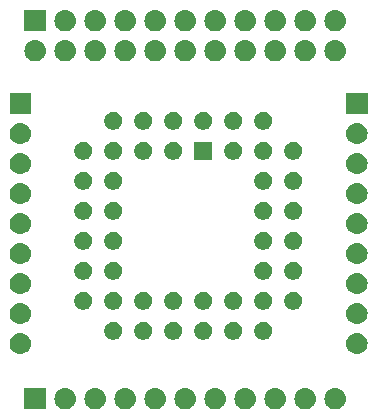
<source format=gbr>
G04 #@! TF.GenerationSoftware,KiCad,Pcbnew,5.1.2*
G04 #@! TF.CreationDate,2019-05-05T18:37:35+02:00*
G04 #@! TF.ProjectId,driverboard,64726976-6572-4626-9f61-72642e6b6963,rev?*
G04 #@! TF.SameCoordinates,Original*
G04 #@! TF.FileFunction,Soldermask,Top*
G04 #@! TF.FilePolarity,Negative*
%FSLAX46Y46*%
G04 Gerber Fmt 4.6, Leading zero omitted, Abs format (unit mm)*
G04 Created by KiCad (PCBNEW 5.1.2) date 2019-05-05 18:37:35*
%MOMM*%
%LPD*%
G04 APERTURE LIST*
%ADD10C,0.100000*%
G04 APERTURE END LIST*
D10*
G36*
X102650442Y-131105518D02*
G01*
X102716627Y-131112037D01*
X102886466Y-131163557D01*
X103042991Y-131247222D01*
X103078729Y-131276552D01*
X103180186Y-131359814D01*
X103263448Y-131461271D01*
X103292778Y-131497009D01*
X103376443Y-131653534D01*
X103427963Y-131823373D01*
X103445359Y-132000000D01*
X103427963Y-132176627D01*
X103376443Y-132346466D01*
X103292778Y-132502991D01*
X103263448Y-132538729D01*
X103180186Y-132640186D01*
X103078729Y-132723448D01*
X103042991Y-132752778D01*
X102886466Y-132836443D01*
X102716627Y-132887963D01*
X102650443Y-132894481D01*
X102584260Y-132901000D01*
X102495740Y-132901000D01*
X102429557Y-132894481D01*
X102363373Y-132887963D01*
X102193534Y-132836443D01*
X102037009Y-132752778D01*
X102001271Y-132723448D01*
X101899814Y-132640186D01*
X101816552Y-132538729D01*
X101787222Y-132502991D01*
X101703557Y-132346466D01*
X101652037Y-132176627D01*
X101634641Y-132000000D01*
X101652037Y-131823373D01*
X101703557Y-131653534D01*
X101787222Y-131497009D01*
X101816552Y-131461271D01*
X101899814Y-131359814D01*
X102001271Y-131276552D01*
X102037009Y-131247222D01*
X102193534Y-131163557D01*
X102363373Y-131112037D01*
X102429558Y-131105518D01*
X102495740Y-131099000D01*
X102584260Y-131099000D01*
X102650442Y-131105518D01*
X102650442Y-131105518D01*
G37*
G36*
X122970442Y-131105518D02*
G01*
X123036627Y-131112037D01*
X123206466Y-131163557D01*
X123362991Y-131247222D01*
X123398729Y-131276552D01*
X123500186Y-131359814D01*
X123583448Y-131461271D01*
X123612778Y-131497009D01*
X123696443Y-131653534D01*
X123747963Y-131823373D01*
X123765359Y-132000000D01*
X123747963Y-132176627D01*
X123696443Y-132346466D01*
X123612778Y-132502991D01*
X123583448Y-132538729D01*
X123500186Y-132640186D01*
X123398729Y-132723448D01*
X123362991Y-132752778D01*
X123206466Y-132836443D01*
X123036627Y-132887963D01*
X122970443Y-132894481D01*
X122904260Y-132901000D01*
X122815740Y-132901000D01*
X122749557Y-132894481D01*
X122683373Y-132887963D01*
X122513534Y-132836443D01*
X122357009Y-132752778D01*
X122321271Y-132723448D01*
X122219814Y-132640186D01*
X122136552Y-132538729D01*
X122107222Y-132502991D01*
X122023557Y-132346466D01*
X121972037Y-132176627D01*
X121954641Y-132000000D01*
X121972037Y-131823373D01*
X122023557Y-131653534D01*
X122107222Y-131497009D01*
X122136552Y-131461271D01*
X122219814Y-131359814D01*
X122321271Y-131276552D01*
X122357009Y-131247222D01*
X122513534Y-131163557D01*
X122683373Y-131112037D01*
X122749558Y-131105518D01*
X122815740Y-131099000D01*
X122904260Y-131099000D01*
X122970442Y-131105518D01*
X122970442Y-131105518D01*
G37*
G36*
X125510442Y-131105518D02*
G01*
X125576627Y-131112037D01*
X125746466Y-131163557D01*
X125902991Y-131247222D01*
X125938729Y-131276552D01*
X126040186Y-131359814D01*
X126123448Y-131461271D01*
X126152778Y-131497009D01*
X126236443Y-131653534D01*
X126287963Y-131823373D01*
X126305359Y-132000000D01*
X126287963Y-132176627D01*
X126236443Y-132346466D01*
X126152778Y-132502991D01*
X126123448Y-132538729D01*
X126040186Y-132640186D01*
X125938729Y-132723448D01*
X125902991Y-132752778D01*
X125746466Y-132836443D01*
X125576627Y-132887963D01*
X125510443Y-132894481D01*
X125444260Y-132901000D01*
X125355740Y-132901000D01*
X125289557Y-132894481D01*
X125223373Y-132887963D01*
X125053534Y-132836443D01*
X124897009Y-132752778D01*
X124861271Y-132723448D01*
X124759814Y-132640186D01*
X124676552Y-132538729D01*
X124647222Y-132502991D01*
X124563557Y-132346466D01*
X124512037Y-132176627D01*
X124494641Y-132000000D01*
X124512037Y-131823373D01*
X124563557Y-131653534D01*
X124647222Y-131497009D01*
X124676552Y-131461271D01*
X124759814Y-131359814D01*
X124861271Y-131276552D01*
X124897009Y-131247222D01*
X125053534Y-131163557D01*
X125223373Y-131112037D01*
X125289558Y-131105518D01*
X125355740Y-131099000D01*
X125444260Y-131099000D01*
X125510442Y-131105518D01*
X125510442Y-131105518D01*
G37*
G36*
X120430442Y-131105518D02*
G01*
X120496627Y-131112037D01*
X120666466Y-131163557D01*
X120822991Y-131247222D01*
X120858729Y-131276552D01*
X120960186Y-131359814D01*
X121043448Y-131461271D01*
X121072778Y-131497009D01*
X121156443Y-131653534D01*
X121207963Y-131823373D01*
X121225359Y-132000000D01*
X121207963Y-132176627D01*
X121156443Y-132346466D01*
X121072778Y-132502991D01*
X121043448Y-132538729D01*
X120960186Y-132640186D01*
X120858729Y-132723448D01*
X120822991Y-132752778D01*
X120666466Y-132836443D01*
X120496627Y-132887963D01*
X120430443Y-132894481D01*
X120364260Y-132901000D01*
X120275740Y-132901000D01*
X120209557Y-132894481D01*
X120143373Y-132887963D01*
X119973534Y-132836443D01*
X119817009Y-132752778D01*
X119781271Y-132723448D01*
X119679814Y-132640186D01*
X119596552Y-132538729D01*
X119567222Y-132502991D01*
X119483557Y-132346466D01*
X119432037Y-132176627D01*
X119414641Y-132000000D01*
X119432037Y-131823373D01*
X119483557Y-131653534D01*
X119567222Y-131497009D01*
X119596552Y-131461271D01*
X119679814Y-131359814D01*
X119781271Y-131276552D01*
X119817009Y-131247222D01*
X119973534Y-131163557D01*
X120143373Y-131112037D01*
X120209558Y-131105518D01*
X120275740Y-131099000D01*
X120364260Y-131099000D01*
X120430442Y-131105518D01*
X120430442Y-131105518D01*
G37*
G36*
X117890442Y-131105518D02*
G01*
X117956627Y-131112037D01*
X118126466Y-131163557D01*
X118282991Y-131247222D01*
X118318729Y-131276552D01*
X118420186Y-131359814D01*
X118503448Y-131461271D01*
X118532778Y-131497009D01*
X118616443Y-131653534D01*
X118667963Y-131823373D01*
X118685359Y-132000000D01*
X118667963Y-132176627D01*
X118616443Y-132346466D01*
X118532778Y-132502991D01*
X118503448Y-132538729D01*
X118420186Y-132640186D01*
X118318729Y-132723448D01*
X118282991Y-132752778D01*
X118126466Y-132836443D01*
X117956627Y-132887963D01*
X117890443Y-132894481D01*
X117824260Y-132901000D01*
X117735740Y-132901000D01*
X117669557Y-132894481D01*
X117603373Y-132887963D01*
X117433534Y-132836443D01*
X117277009Y-132752778D01*
X117241271Y-132723448D01*
X117139814Y-132640186D01*
X117056552Y-132538729D01*
X117027222Y-132502991D01*
X116943557Y-132346466D01*
X116892037Y-132176627D01*
X116874641Y-132000000D01*
X116892037Y-131823373D01*
X116943557Y-131653534D01*
X117027222Y-131497009D01*
X117056552Y-131461271D01*
X117139814Y-131359814D01*
X117241271Y-131276552D01*
X117277009Y-131247222D01*
X117433534Y-131163557D01*
X117603373Y-131112037D01*
X117669558Y-131105518D01*
X117735740Y-131099000D01*
X117824260Y-131099000D01*
X117890442Y-131105518D01*
X117890442Y-131105518D01*
G37*
G36*
X115350442Y-131105518D02*
G01*
X115416627Y-131112037D01*
X115586466Y-131163557D01*
X115742991Y-131247222D01*
X115778729Y-131276552D01*
X115880186Y-131359814D01*
X115963448Y-131461271D01*
X115992778Y-131497009D01*
X116076443Y-131653534D01*
X116127963Y-131823373D01*
X116145359Y-132000000D01*
X116127963Y-132176627D01*
X116076443Y-132346466D01*
X115992778Y-132502991D01*
X115963448Y-132538729D01*
X115880186Y-132640186D01*
X115778729Y-132723448D01*
X115742991Y-132752778D01*
X115586466Y-132836443D01*
X115416627Y-132887963D01*
X115350443Y-132894481D01*
X115284260Y-132901000D01*
X115195740Y-132901000D01*
X115129557Y-132894481D01*
X115063373Y-132887963D01*
X114893534Y-132836443D01*
X114737009Y-132752778D01*
X114701271Y-132723448D01*
X114599814Y-132640186D01*
X114516552Y-132538729D01*
X114487222Y-132502991D01*
X114403557Y-132346466D01*
X114352037Y-132176627D01*
X114334641Y-132000000D01*
X114352037Y-131823373D01*
X114403557Y-131653534D01*
X114487222Y-131497009D01*
X114516552Y-131461271D01*
X114599814Y-131359814D01*
X114701271Y-131276552D01*
X114737009Y-131247222D01*
X114893534Y-131163557D01*
X115063373Y-131112037D01*
X115129558Y-131105518D01*
X115195740Y-131099000D01*
X115284260Y-131099000D01*
X115350442Y-131105518D01*
X115350442Y-131105518D01*
G37*
G36*
X110270442Y-131105518D02*
G01*
X110336627Y-131112037D01*
X110506466Y-131163557D01*
X110662991Y-131247222D01*
X110698729Y-131276552D01*
X110800186Y-131359814D01*
X110883448Y-131461271D01*
X110912778Y-131497009D01*
X110996443Y-131653534D01*
X111047963Y-131823373D01*
X111065359Y-132000000D01*
X111047963Y-132176627D01*
X110996443Y-132346466D01*
X110912778Y-132502991D01*
X110883448Y-132538729D01*
X110800186Y-132640186D01*
X110698729Y-132723448D01*
X110662991Y-132752778D01*
X110506466Y-132836443D01*
X110336627Y-132887963D01*
X110270443Y-132894481D01*
X110204260Y-132901000D01*
X110115740Y-132901000D01*
X110049557Y-132894481D01*
X109983373Y-132887963D01*
X109813534Y-132836443D01*
X109657009Y-132752778D01*
X109621271Y-132723448D01*
X109519814Y-132640186D01*
X109436552Y-132538729D01*
X109407222Y-132502991D01*
X109323557Y-132346466D01*
X109272037Y-132176627D01*
X109254641Y-132000000D01*
X109272037Y-131823373D01*
X109323557Y-131653534D01*
X109407222Y-131497009D01*
X109436552Y-131461271D01*
X109519814Y-131359814D01*
X109621271Y-131276552D01*
X109657009Y-131247222D01*
X109813534Y-131163557D01*
X109983373Y-131112037D01*
X110049558Y-131105518D01*
X110115740Y-131099000D01*
X110204260Y-131099000D01*
X110270442Y-131105518D01*
X110270442Y-131105518D01*
G37*
G36*
X107730442Y-131105518D02*
G01*
X107796627Y-131112037D01*
X107966466Y-131163557D01*
X108122991Y-131247222D01*
X108158729Y-131276552D01*
X108260186Y-131359814D01*
X108343448Y-131461271D01*
X108372778Y-131497009D01*
X108456443Y-131653534D01*
X108507963Y-131823373D01*
X108525359Y-132000000D01*
X108507963Y-132176627D01*
X108456443Y-132346466D01*
X108372778Y-132502991D01*
X108343448Y-132538729D01*
X108260186Y-132640186D01*
X108158729Y-132723448D01*
X108122991Y-132752778D01*
X107966466Y-132836443D01*
X107796627Y-132887963D01*
X107730443Y-132894481D01*
X107664260Y-132901000D01*
X107575740Y-132901000D01*
X107509557Y-132894481D01*
X107443373Y-132887963D01*
X107273534Y-132836443D01*
X107117009Y-132752778D01*
X107081271Y-132723448D01*
X106979814Y-132640186D01*
X106896552Y-132538729D01*
X106867222Y-132502991D01*
X106783557Y-132346466D01*
X106732037Y-132176627D01*
X106714641Y-132000000D01*
X106732037Y-131823373D01*
X106783557Y-131653534D01*
X106867222Y-131497009D01*
X106896552Y-131461271D01*
X106979814Y-131359814D01*
X107081271Y-131276552D01*
X107117009Y-131247222D01*
X107273534Y-131163557D01*
X107443373Y-131112037D01*
X107509558Y-131105518D01*
X107575740Y-131099000D01*
X107664260Y-131099000D01*
X107730442Y-131105518D01*
X107730442Y-131105518D01*
G37*
G36*
X105190442Y-131105518D02*
G01*
X105256627Y-131112037D01*
X105426466Y-131163557D01*
X105582991Y-131247222D01*
X105618729Y-131276552D01*
X105720186Y-131359814D01*
X105803448Y-131461271D01*
X105832778Y-131497009D01*
X105916443Y-131653534D01*
X105967963Y-131823373D01*
X105985359Y-132000000D01*
X105967963Y-132176627D01*
X105916443Y-132346466D01*
X105832778Y-132502991D01*
X105803448Y-132538729D01*
X105720186Y-132640186D01*
X105618729Y-132723448D01*
X105582991Y-132752778D01*
X105426466Y-132836443D01*
X105256627Y-132887963D01*
X105190443Y-132894481D01*
X105124260Y-132901000D01*
X105035740Y-132901000D01*
X104969557Y-132894481D01*
X104903373Y-132887963D01*
X104733534Y-132836443D01*
X104577009Y-132752778D01*
X104541271Y-132723448D01*
X104439814Y-132640186D01*
X104356552Y-132538729D01*
X104327222Y-132502991D01*
X104243557Y-132346466D01*
X104192037Y-132176627D01*
X104174641Y-132000000D01*
X104192037Y-131823373D01*
X104243557Y-131653534D01*
X104327222Y-131497009D01*
X104356552Y-131461271D01*
X104439814Y-131359814D01*
X104541271Y-131276552D01*
X104577009Y-131247222D01*
X104733534Y-131163557D01*
X104903373Y-131112037D01*
X104969558Y-131105518D01*
X105035740Y-131099000D01*
X105124260Y-131099000D01*
X105190442Y-131105518D01*
X105190442Y-131105518D01*
G37*
G36*
X100901000Y-132901000D02*
G01*
X99099000Y-132901000D01*
X99099000Y-131099000D01*
X100901000Y-131099000D01*
X100901000Y-132901000D01*
X100901000Y-132901000D01*
G37*
G36*
X112810442Y-131105518D02*
G01*
X112876627Y-131112037D01*
X113046466Y-131163557D01*
X113202991Y-131247222D01*
X113238729Y-131276552D01*
X113340186Y-131359814D01*
X113423448Y-131461271D01*
X113452778Y-131497009D01*
X113536443Y-131653534D01*
X113587963Y-131823373D01*
X113605359Y-132000000D01*
X113587963Y-132176627D01*
X113536443Y-132346466D01*
X113452778Y-132502991D01*
X113423448Y-132538729D01*
X113340186Y-132640186D01*
X113238729Y-132723448D01*
X113202991Y-132752778D01*
X113046466Y-132836443D01*
X112876627Y-132887963D01*
X112810443Y-132894481D01*
X112744260Y-132901000D01*
X112655740Y-132901000D01*
X112589557Y-132894481D01*
X112523373Y-132887963D01*
X112353534Y-132836443D01*
X112197009Y-132752778D01*
X112161271Y-132723448D01*
X112059814Y-132640186D01*
X111976552Y-132538729D01*
X111947222Y-132502991D01*
X111863557Y-132346466D01*
X111812037Y-132176627D01*
X111794641Y-132000000D01*
X111812037Y-131823373D01*
X111863557Y-131653534D01*
X111947222Y-131497009D01*
X111976552Y-131461271D01*
X112059814Y-131359814D01*
X112161271Y-131276552D01*
X112197009Y-131247222D01*
X112353534Y-131163557D01*
X112523373Y-131112037D01*
X112589558Y-131105518D01*
X112655740Y-131099000D01*
X112744260Y-131099000D01*
X112810442Y-131105518D01*
X112810442Y-131105518D01*
G37*
G36*
X127360442Y-126425518D02*
G01*
X127426627Y-126432037D01*
X127596466Y-126483557D01*
X127752991Y-126567222D01*
X127788729Y-126596552D01*
X127890186Y-126679814D01*
X127973448Y-126781271D01*
X128002778Y-126817009D01*
X128002779Y-126817011D01*
X128086110Y-126972910D01*
X128086443Y-126973534D01*
X128137963Y-127143373D01*
X128155359Y-127320000D01*
X128137963Y-127496627D01*
X128086443Y-127666466D01*
X128002778Y-127822991D01*
X127973448Y-127858729D01*
X127890186Y-127960186D01*
X127788729Y-128043448D01*
X127752991Y-128072778D01*
X127596466Y-128156443D01*
X127426627Y-128207963D01*
X127360442Y-128214482D01*
X127294260Y-128221000D01*
X127205740Y-128221000D01*
X127139558Y-128214482D01*
X127073373Y-128207963D01*
X126903534Y-128156443D01*
X126747009Y-128072778D01*
X126711271Y-128043448D01*
X126609814Y-127960186D01*
X126526552Y-127858729D01*
X126497222Y-127822991D01*
X126413557Y-127666466D01*
X126362037Y-127496627D01*
X126344641Y-127320000D01*
X126362037Y-127143373D01*
X126413557Y-126973534D01*
X126413891Y-126972910D01*
X126497221Y-126817011D01*
X126497222Y-126817009D01*
X126526552Y-126781271D01*
X126609814Y-126679814D01*
X126711271Y-126596552D01*
X126747009Y-126567222D01*
X126903534Y-126483557D01*
X127073373Y-126432037D01*
X127139558Y-126425518D01*
X127205740Y-126419000D01*
X127294260Y-126419000D01*
X127360442Y-126425518D01*
X127360442Y-126425518D01*
G37*
G36*
X98860442Y-126425518D02*
G01*
X98926627Y-126432037D01*
X99096466Y-126483557D01*
X99252991Y-126567222D01*
X99288729Y-126596552D01*
X99390186Y-126679814D01*
X99473448Y-126781271D01*
X99502778Y-126817009D01*
X99502779Y-126817011D01*
X99586110Y-126972910D01*
X99586443Y-126973534D01*
X99637963Y-127143373D01*
X99655359Y-127320000D01*
X99637963Y-127496627D01*
X99586443Y-127666466D01*
X99502778Y-127822991D01*
X99473448Y-127858729D01*
X99390186Y-127960186D01*
X99288729Y-128043448D01*
X99252991Y-128072778D01*
X99096466Y-128156443D01*
X98926627Y-128207963D01*
X98860442Y-128214482D01*
X98794260Y-128221000D01*
X98705740Y-128221000D01*
X98639558Y-128214482D01*
X98573373Y-128207963D01*
X98403534Y-128156443D01*
X98247009Y-128072778D01*
X98211271Y-128043448D01*
X98109814Y-127960186D01*
X98026552Y-127858729D01*
X97997222Y-127822991D01*
X97913557Y-127666466D01*
X97862037Y-127496627D01*
X97844641Y-127320000D01*
X97862037Y-127143373D01*
X97913557Y-126973534D01*
X97913891Y-126972910D01*
X97997221Y-126817011D01*
X97997222Y-126817009D01*
X98026552Y-126781271D01*
X98109814Y-126679814D01*
X98211271Y-126596552D01*
X98247009Y-126567222D01*
X98403534Y-126483557D01*
X98573373Y-126432037D01*
X98639558Y-126425518D01*
X98705740Y-126419000D01*
X98794260Y-126419000D01*
X98860442Y-126425518D01*
X98860442Y-126425518D01*
G37*
G36*
X109392325Y-125507090D02*
G01*
X109531038Y-125564547D01*
X109655872Y-125647958D01*
X109762042Y-125754128D01*
X109845453Y-125878962D01*
X109902910Y-126017675D01*
X109932200Y-126164929D01*
X109932200Y-126315071D01*
X109902910Y-126462325D01*
X109845453Y-126601038D01*
X109762042Y-126725872D01*
X109655872Y-126832042D01*
X109531038Y-126915453D01*
X109392325Y-126972910D01*
X109245071Y-127002200D01*
X109094929Y-127002200D01*
X108947675Y-126972910D01*
X108808962Y-126915453D01*
X108684128Y-126832042D01*
X108577958Y-126725872D01*
X108494547Y-126601038D01*
X108437090Y-126462325D01*
X108407800Y-126315071D01*
X108407800Y-126164929D01*
X108437090Y-126017675D01*
X108494547Y-125878962D01*
X108577958Y-125754128D01*
X108684128Y-125647958D01*
X108808962Y-125564547D01*
X108947675Y-125507090D01*
X109094929Y-125477800D01*
X109245071Y-125477800D01*
X109392325Y-125507090D01*
X109392325Y-125507090D01*
G37*
G36*
X119552325Y-125507090D02*
G01*
X119691038Y-125564547D01*
X119815872Y-125647958D01*
X119922042Y-125754128D01*
X120005453Y-125878962D01*
X120062910Y-126017675D01*
X120092200Y-126164929D01*
X120092200Y-126315071D01*
X120062910Y-126462325D01*
X120005453Y-126601038D01*
X119922042Y-126725872D01*
X119815872Y-126832042D01*
X119691038Y-126915453D01*
X119552325Y-126972910D01*
X119405071Y-127002200D01*
X119254929Y-127002200D01*
X119107675Y-126972910D01*
X118968962Y-126915453D01*
X118844128Y-126832042D01*
X118737958Y-126725872D01*
X118654547Y-126601038D01*
X118597090Y-126462325D01*
X118567800Y-126315071D01*
X118567800Y-126164929D01*
X118597090Y-126017675D01*
X118654547Y-125878962D01*
X118737958Y-125754128D01*
X118844128Y-125647958D01*
X118968962Y-125564547D01*
X119107675Y-125507090D01*
X119254929Y-125477800D01*
X119405071Y-125477800D01*
X119552325Y-125507090D01*
X119552325Y-125507090D01*
G37*
G36*
X114472325Y-125507090D02*
G01*
X114611038Y-125564547D01*
X114735872Y-125647958D01*
X114842042Y-125754128D01*
X114925453Y-125878962D01*
X114982910Y-126017675D01*
X115012200Y-126164929D01*
X115012200Y-126315071D01*
X114982910Y-126462325D01*
X114925453Y-126601038D01*
X114842042Y-126725872D01*
X114735872Y-126832042D01*
X114611038Y-126915453D01*
X114472325Y-126972910D01*
X114325071Y-127002200D01*
X114174929Y-127002200D01*
X114027675Y-126972910D01*
X113888962Y-126915453D01*
X113764128Y-126832042D01*
X113657958Y-126725872D01*
X113574547Y-126601038D01*
X113517090Y-126462325D01*
X113487800Y-126315071D01*
X113487800Y-126164929D01*
X113517090Y-126017675D01*
X113574547Y-125878962D01*
X113657958Y-125754128D01*
X113764128Y-125647958D01*
X113888962Y-125564547D01*
X114027675Y-125507090D01*
X114174929Y-125477800D01*
X114325071Y-125477800D01*
X114472325Y-125507090D01*
X114472325Y-125507090D01*
G37*
G36*
X111932325Y-125507090D02*
G01*
X112071038Y-125564547D01*
X112195872Y-125647958D01*
X112302042Y-125754128D01*
X112385453Y-125878962D01*
X112442910Y-126017675D01*
X112472200Y-126164929D01*
X112472200Y-126315071D01*
X112442910Y-126462325D01*
X112385453Y-126601038D01*
X112302042Y-126725872D01*
X112195872Y-126832042D01*
X112071038Y-126915453D01*
X111932325Y-126972910D01*
X111785071Y-127002200D01*
X111634929Y-127002200D01*
X111487675Y-126972910D01*
X111348962Y-126915453D01*
X111224128Y-126832042D01*
X111117958Y-126725872D01*
X111034547Y-126601038D01*
X110977090Y-126462325D01*
X110947800Y-126315071D01*
X110947800Y-126164929D01*
X110977090Y-126017675D01*
X111034547Y-125878962D01*
X111117958Y-125754128D01*
X111224128Y-125647958D01*
X111348962Y-125564547D01*
X111487675Y-125507090D01*
X111634929Y-125477800D01*
X111785071Y-125477800D01*
X111932325Y-125507090D01*
X111932325Y-125507090D01*
G37*
G36*
X106852325Y-125507090D02*
G01*
X106991038Y-125564547D01*
X107115872Y-125647958D01*
X107222042Y-125754128D01*
X107305453Y-125878962D01*
X107362910Y-126017675D01*
X107392200Y-126164929D01*
X107392200Y-126315071D01*
X107362910Y-126462325D01*
X107305453Y-126601038D01*
X107222042Y-126725872D01*
X107115872Y-126832042D01*
X106991038Y-126915453D01*
X106852325Y-126972910D01*
X106705071Y-127002200D01*
X106554929Y-127002200D01*
X106407675Y-126972910D01*
X106268962Y-126915453D01*
X106144128Y-126832042D01*
X106037958Y-126725872D01*
X105954547Y-126601038D01*
X105897090Y-126462325D01*
X105867800Y-126315071D01*
X105867800Y-126164929D01*
X105897090Y-126017675D01*
X105954547Y-125878962D01*
X106037958Y-125754128D01*
X106144128Y-125647958D01*
X106268962Y-125564547D01*
X106407675Y-125507090D01*
X106554929Y-125477800D01*
X106705071Y-125477800D01*
X106852325Y-125507090D01*
X106852325Y-125507090D01*
G37*
G36*
X117012325Y-125507090D02*
G01*
X117151038Y-125564547D01*
X117275872Y-125647958D01*
X117382042Y-125754128D01*
X117465453Y-125878962D01*
X117522910Y-126017675D01*
X117552200Y-126164929D01*
X117552200Y-126315071D01*
X117522910Y-126462325D01*
X117465453Y-126601038D01*
X117382042Y-126725872D01*
X117275872Y-126832042D01*
X117151038Y-126915453D01*
X117012325Y-126972910D01*
X116865071Y-127002200D01*
X116714929Y-127002200D01*
X116567675Y-126972910D01*
X116428962Y-126915453D01*
X116304128Y-126832042D01*
X116197958Y-126725872D01*
X116114547Y-126601038D01*
X116057090Y-126462325D01*
X116027800Y-126315071D01*
X116027800Y-126164929D01*
X116057090Y-126017675D01*
X116114547Y-125878962D01*
X116197958Y-125754128D01*
X116304128Y-125647958D01*
X116428962Y-125564547D01*
X116567675Y-125507090D01*
X116714929Y-125477800D01*
X116865071Y-125477800D01*
X117012325Y-125507090D01*
X117012325Y-125507090D01*
G37*
G36*
X98860443Y-123885519D02*
G01*
X98926627Y-123892037D01*
X99096466Y-123943557D01*
X99252991Y-124027222D01*
X99288729Y-124056552D01*
X99390186Y-124139814D01*
X99473448Y-124241271D01*
X99502778Y-124277009D01*
X99502779Y-124277011D01*
X99586110Y-124432910D01*
X99586443Y-124433534D01*
X99637963Y-124603373D01*
X99655359Y-124780000D01*
X99637963Y-124956627D01*
X99586443Y-125126466D01*
X99502778Y-125282991D01*
X99473448Y-125318729D01*
X99390186Y-125420186D01*
X99288729Y-125503448D01*
X99252991Y-125532778D01*
X99096466Y-125616443D01*
X98926627Y-125667963D01*
X98860442Y-125674482D01*
X98794260Y-125681000D01*
X98705740Y-125681000D01*
X98639558Y-125674482D01*
X98573373Y-125667963D01*
X98403534Y-125616443D01*
X98247009Y-125532778D01*
X98211271Y-125503448D01*
X98109814Y-125420186D01*
X98026552Y-125318729D01*
X97997222Y-125282991D01*
X97913557Y-125126466D01*
X97862037Y-124956627D01*
X97844641Y-124780000D01*
X97862037Y-124603373D01*
X97913557Y-124433534D01*
X97913891Y-124432910D01*
X97997221Y-124277011D01*
X97997222Y-124277009D01*
X98026552Y-124241271D01*
X98109814Y-124139814D01*
X98211271Y-124056552D01*
X98247009Y-124027222D01*
X98403534Y-123943557D01*
X98573373Y-123892037D01*
X98639557Y-123885519D01*
X98705740Y-123879000D01*
X98794260Y-123879000D01*
X98860443Y-123885519D01*
X98860443Y-123885519D01*
G37*
G36*
X127360443Y-123885519D02*
G01*
X127426627Y-123892037D01*
X127596466Y-123943557D01*
X127752991Y-124027222D01*
X127788729Y-124056552D01*
X127890186Y-124139814D01*
X127973448Y-124241271D01*
X128002778Y-124277009D01*
X128002779Y-124277011D01*
X128086110Y-124432910D01*
X128086443Y-124433534D01*
X128137963Y-124603373D01*
X128155359Y-124780000D01*
X128137963Y-124956627D01*
X128086443Y-125126466D01*
X128002778Y-125282991D01*
X127973448Y-125318729D01*
X127890186Y-125420186D01*
X127788729Y-125503448D01*
X127752991Y-125532778D01*
X127596466Y-125616443D01*
X127426627Y-125667963D01*
X127360442Y-125674482D01*
X127294260Y-125681000D01*
X127205740Y-125681000D01*
X127139558Y-125674482D01*
X127073373Y-125667963D01*
X126903534Y-125616443D01*
X126747009Y-125532778D01*
X126711271Y-125503448D01*
X126609814Y-125420186D01*
X126526552Y-125318729D01*
X126497222Y-125282991D01*
X126413557Y-125126466D01*
X126362037Y-124956627D01*
X126344641Y-124780000D01*
X126362037Y-124603373D01*
X126413557Y-124433534D01*
X126413891Y-124432910D01*
X126497221Y-124277011D01*
X126497222Y-124277009D01*
X126526552Y-124241271D01*
X126609814Y-124139814D01*
X126711271Y-124056552D01*
X126747009Y-124027222D01*
X126903534Y-123943557D01*
X127073373Y-123892037D01*
X127139557Y-123885519D01*
X127205740Y-123879000D01*
X127294260Y-123879000D01*
X127360443Y-123885519D01*
X127360443Y-123885519D01*
G37*
G36*
X106852325Y-122967090D02*
G01*
X106991038Y-123024547D01*
X107115872Y-123107958D01*
X107222042Y-123214128D01*
X107305453Y-123338962D01*
X107362910Y-123477675D01*
X107392200Y-123624929D01*
X107392200Y-123775071D01*
X107362910Y-123922325D01*
X107305453Y-124061038D01*
X107222042Y-124185872D01*
X107115872Y-124292042D01*
X106991038Y-124375453D01*
X106852325Y-124432910D01*
X106705071Y-124462200D01*
X106554929Y-124462200D01*
X106407675Y-124432910D01*
X106268962Y-124375453D01*
X106144128Y-124292042D01*
X106037958Y-124185872D01*
X105954547Y-124061038D01*
X105897090Y-123922325D01*
X105867800Y-123775071D01*
X105867800Y-123624929D01*
X105897090Y-123477675D01*
X105954547Y-123338962D01*
X106037958Y-123214128D01*
X106144128Y-123107958D01*
X106268962Y-123024547D01*
X106407675Y-122967090D01*
X106554929Y-122937800D01*
X106705071Y-122937800D01*
X106852325Y-122967090D01*
X106852325Y-122967090D01*
G37*
G36*
X104312325Y-122967090D02*
G01*
X104451038Y-123024547D01*
X104575872Y-123107958D01*
X104682042Y-123214128D01*
X104765453Y-123338962D01*
X104822910Y-123477675D01*
X104852200Y-123624929D01*
X104852200Y-123775071D01*
X104822910Y-123922325D01*
X104765453Y-124061038D01*
X104682042Y-124185872D01*
X104575872Y-124292042D01*
X104451038Y-124375453D01*
X104312325Y-124432910D01*
X104165071Y-124462200D01*
X104014929Y-124462200D01*
X103867675Y-124432910D01*
X103728962Y-124375453D01*
X103604128Y-124292042D01*
X103497958Y-124185872D01*
X103414547Y-124061038D01*
X103357090Y-123922325D01*
X103327800Y-123775071D01*
X103327800Y-123624929D01*
X103357090Y-123477675D01*
X103414547Y-123338962D01*
X103497958Y-123214128D01*
X103604128Y-123107958D01*
X103728962Y-123024547D01*
X103867675Y-122967090D01*
X104014929Y-122937800D01*
X104165071Y-122937800D01*
X104312325Y-122967090D01*
X104312325Y-122967090D01*
G37*
G36*
X111932325Y-122967090D02*
G01*
X112071038Y-123024547D01*
X112195872Y-123107958D01*
X112302042Y-123214128D01*
X112385453Y-123338962D01*
X112442910Y-123477675D01*
X112472200Y-123624929D01*
X112472200Y-123775071D01*
X112442910Y-123922325D01*
X112385453Y-124061038D01*
X112302042Y-124185872D01*
X112195872Y-124292042D01*
X112071038Y-124375453D01*
X111932325Y-124432910D01*
X111785071Y-124462200D01*
X111634929Y-124462200D01*
X111487675Y-124432910D01*
X111348962Y-124375453D01*
X111224128Y-124292042D01*
X111117958Y-124185872D01*
X111034547Y-124061038D01*
X110977090Y-123922325D01*
X110947800Y-123775071D01*
X110947800Y-123624929D01*
X110977090Y-123477675D01*
X111034547Y-123338962D01*
X111117958Y-123214128D01*
X111224128Y-123107958D01*
X111348962Y-123024547D01*
X111487675Y-122967090D01*
X111634929Y-122937800D01*
X111785071Y-122937800D01*
X111932325Y-122967090D01*
X111932325Y-122967090D01*
G37*
G36*
X114472325Y-122967090D02*
G01*
X114611038Y-123024547D01*
X114735872Y-123107958D01*
X114842042Y-123214128D01*
X114925453Y-123338962D01*
X114982910Y-123477675D01*
X115012200Y-123624929D01*
X115012200Y-123775071D01*
X114982910Y-123922325D01*
X114925453Y-124061038D01*
X114842042Y-124185872D01*
X114735872Y-124292042D01*
X114611038Y-124375453D01*
X114472325Y-124432910D01*
X114325071Y-124462200D01*
X114174929Y-124462200D01*
X114027675Y-124432910D01*
X113888962Y-124375453D01*
X113764128Y-124292042D01*
X113657958Y-124185872D01*
X113574547Y-124061038D01*
X113517090Y-123922325D01*
X113487800Y-123775071D01*
X113487800Y-123624929D01*
X113517090Y-123477675D01*
X113574547Y-123338962D01*
X113657958Y-123214128D01*
X113764128Y-123107958D01*
X113888962Y-123024547D01*
X114027675Y-122967090D01*
X114174929Y-122937800D01*
X114325071Y-122937800D01*
X114472325Y-122967090D01*
X114472325Y-122967090D01*
G37*
G36*
X122092325Y-122967090D02*
G01*
X122231038Y-123024547D01*
X122355872Y-123107958D01*
X122462042Y-123214128D01*
X122545453Y-123338962D01*
X122602910Y-123477675D01*
X122632200Y-123624929D01*
X122632200Y-123775071D01*
X122602910Y-123922325D01*
X122545453Y-124061038D01*
X122462042Y-124185872D01*
X122355872Y-124292042D01*
X122231038Y-124375453D01*
X122092325Y-124432910D01*
X121945071Y-124462200D01*
X121794929Y-124462200D01*
X121647675Y-124432910D01*
X121508962Y-124375453D01*
X121384128Y-124292042D01*
X121277958Y-124185872D01*
X121194547Y-124061038D01*
X121137090Y-123922325D01*
X121107800Y-123775071D01*
X121107800Y-123624929D01*
X121137090Y-123477675D01*
X121194547Y-123338962D01*
X121277958Y-123214128D01*
X121384128Y-123107958D01*
X121508962Y-123024547D01*
X121647675Y-122967090D01*
X121794929Y-122937800D01*
X121945071Y-122937800D01*
X122092325Y-122967090D01*
X122092325Y-122967090D01*
G37*
G36*
X119552325Y-122967090D02*
G01*
X119691038Y-123024547D01*
X119815872Y-123107958D01*
X119922042Y-123214128D01*
X120005453Y-123338962D01*
X120062910Y-123477675D01*
X120092200Y-123624929D01*
X120092200Y-123775071D01*
X120062910Y-123922325D01*
X120005453Y-124061038D01*
X119922042Y-124185872D01*
X119815872Y-124292042D01*
X119691038Y-124375453D01*
X119552325Y-124432910D01*
X119405071Y-124462200D01*
X119254929Y-124462200D01*
X119107675Y-124432910D01*
X118968962Y-124375453D01*
X118844128Y-124292042D01*
X118737958Y-124185872D01*
X118654547Y-124061038D01*
X118597090Y-123922325D01*
X118567800Y-123775071D01*
X118567800Y-123624929D01*
X118597090Y-123477675D01*
X118654547Y-123338962D01*
X118737958Y-123214128D01*
X118844128Y-123107958D01*
X118968962Y-123024547D01*
X119107675Y-122967090D01*
X119254929Y-122937800D01*
X119405071Y-122937800D01*
X119552325Y-122967090D01*
X119552325Y-122967090D01*
G37*
G36*
X109392325Y-122967090D02*
G01*
X109531038Y-123024547D01*
X109655872Y-123107958D01*
X109762042Y-123214128D01*
X109845453Y-123338962D01*
X109902910Y-123477675D01*
X109932200Y-123624929D01*
X109932200Y-123775071D01*
X109902910Y-123922325D01*
X109845453Y-124061038D01*
X109762042Y-124185872D01*
X109655872Y-124292042D01*
X109531038Y-124375453D01*
X109392325Y-124432910D01*
X109245071Y-124462200D01*
X109094929Y-124462200D01*
X108947675Y-124432910D01*
X108808962Y-124375453D01*
X108684128Y-124292042D01*
X108577958Y-124185872D01*
X108494547Y-124061038D01*
X108437090Y-123922325D01*
X108407800Y-123775071D01*
X108407800Y-123624929D01*
X108437090Y-123477675D01*
X108494547Y-123338962D01*
X108577958Y-123214128D01*
X108684128Y-123107958D01*
X108808962Y-123024547D01*
X108947675Y-122967090D01*
X109094929Y-122937800D01*
X109245071Y-122937800D01*
X109392325Y-122967090D01*
X109392325Y-122967090D01*
G37*
G36*
X117012325Y-122967090D02*
G01*
X117151038Y-123024547D01*
X117275872Y-123107958D01*
X117382042Y-123214128D01*
X117465453Y-123338962D01*
X117522910Y-123477675D01*
X117552200Y-123624929D01*
X117552200Y-123775071D01*
X117522910Y-123922325D01*
X117465453Y-124061038D01*
X117382042Y-124185872D01*
X117275872Y-124292042D01*
X117151038Y-124375453D01*
X117012325Y-124432910D01*
X116865071Y-124462200D01*
X116714929Y-124462200D01*
X116567675Y-124432910D01*
X116428962Y-124375453D01*
X116304128Y-124292042D01*
X116197958Y-124185872D01*
X116114547Y-124061038D01*
X116057090Y-123922325D01*
X116027800Y-123775071D01*
X116027800Y-123624929D01*
X116057090Y-123477675D01*
X116114547Y-123338962D01*
X116197958Y-123214128D01*
X116304128Y-123107958D01*
X116428962Y-123024547D01*
X116567675Y-122967090D01*
X116714929Y-122937800D01*
X116865071Y-122937800D01*
X117012325Y-122967090D01*
X117012325Y-122967090D01*
G37*
G36*
X127360442Y-121345518D02*
G01*
X127426627Y-121352037D01*
X127596466Y-121403557D01*
X127752991Y-121487222D01*
X127788729Y-121516552D01*
X127890186Y-121599814D01*
X127973448Y-121701271D01*
X128002778Y-121737009D01*
X128002779Y-121737011D01*
X128086110Y-121892910D01*
X128086443Y-121893534D01*
X128137963Y-122063373D01*
X128155359Y-122240000D01*
X128137963Y-122416627D01*
X128086443Y-122586466D01*
X128002778Y-122742991D01*
X127973448Y-122778729D01*
X127890186Y-122880186D01*
X127788729Y-122963448D01*
X127752991Y-122992778D01*
X127596466Y-123076443D01*
X127426627Y-123127963D01*
X127360442Y-123134482D01*
X127294260Y-123141000D01*
X127205740Y-123141000D01*
X127139558Y-123134482D01*
X127073373Y-123127963D01*
X126903534Y-123076443D01*
X126747009Y-122992778D01*
X126711271Y-122963448D01*
X126609814Y-122880186D01*
X126526552Y-122778729D01*
X126497222Y-122742991D01*
X126413557Y-122586466D01*
X126362037Y-122416627D01*
X126344641Y-122240000D01*
X126362037Y-122063373D01*
X126413557Y-121893534D01*
X126413891Y-121892910D01*
X126497221Y-121737011D01*
X126497222Y-121737009D01*
X126526552Y-121701271D01*
X126609814Y-121599814D01*
X126711271Y-121516552D01*
X126747009Y-121487222D01*
X126903534Y-121403557D01*
X127073373Y-121352037D01*
X127139558Y-121345518D01*
X127205740Y-121339000D01*
X127294260Y-121339000D01*
X127360442Y-121345518D01*
X127360442Y-121345518D01*
G37*
G36*
X98860442Y-121345518D02*
G01*
X98926627Y-121352037D01*
X99096466Y-121403557D01*
X99252991Y-121487222D01*
X99288729Y-121516552D01*
X99390186Y-121599814D01*
X99473448Y-121701271D01*
X99502778Y-121737009D01*
X99502779Y-121737011D01*
X99586110Y-121892910D01*
X99586443Y-121893534D01*
X99637963Y-122063373D01*
X99655359Y-122240000D01*
X99637963Y-122416627D01*
X99586443Y-122586466D01*
X99502778Y-122742991D01*
X99473448Y-122778729D01*
X99390186Y-122880186D01*
X99288729Y-122963448D01*
X99252991Y-122992778D01*
X99096466Y-123076443D01*
X98926627Y-123127963D01*
X98860442Y-123134482D01*
X98794260Y-123141000D01*
X98705740Y-123141000D01*
X98639558Y-123134482D01*
X98573373Y-123127963D01*
X98403534Y-123076443D01*
X98247009Y-122992778D01*
X98211271Y-122963448D01*
X98109814Y-122880186D01*
X98026552Y-122778729D01*
X97997222Y-122742991D01*
X97913557Y-122586466D01*
X97862037Y-122416627D01*
X97844641Y-122240000D01*
X97862037Y-122063373D01*
X97913557Y-121893534D01*
X97913891Y-121892910D01*
X97997221Y-121737011D01*
X97997222Y-121737009D01*
X98026552Y-121701271D01*
X98109814Y-121599814D01*
X98211271Y-121516552D01*
X98247009Y-121487222D01*
X98403534Y-121403557D01*
X98573373Y-121352037D01*
X98639558Y-121345518D01*
X98705740Y-121339000D01*
X98794260Y-121339000D01*
X98860442Y-121345518D01*
X98860442Y-121345518D01*
G37*
G36*
X104312325Y-120427090D02*
G01*
X104451038Y-120484547D01*
X104575872Y-120567958D01*
X104682042Y-120674128D01*
X104765453Y-120798962D01*
X104822910Y-120937675D01*
X104852200Y-121084929D01*
X104852200Y-121235071D01*
X104822910Y-121382325D01*
X104765453Y-121521038D01*
X104682042Y-121645872D01*
X104575872Y-121752042D01*
X104451038Y-121835453D01*
X104312325Y-121892910D01*
X104165071Y-121922200D01*
X104014929Y-121922200D01*
X103867675Y-121892910D01*
X103728962Y-121835453D01*
X103604128Y-121752042D01*
X103497958Y-121645872D01*
X103414547Y-121521038D01*
X103357090Y-121382325D01*
X103327800Y-121235071D01*
X103327800Y-121084929D01*
X103357090Y-120937675D01*
X103414547Y-120798962D01*
X103497958Y-120674128D01*
X103604128Y-120567958D01*
X103728962Y-120484547D01*
X103867675Y-120427090D01*
X104014929Y-120397800D01*
X104165071Y-120397800D01*
X104312325Y-120427090D01*
X104312325Y-120427090D01*
G37*
G36*
X106852325Y-120427090D02*
G01*
X106991038Y-120484547D01*
X107115872Y-120567958D01*
X107222042Y-120674128D01*
X107305453Y-120798962D01*
X107362910Y-120937675D01*
X107392200Y-121084929D01*
X107392200Y-121235071D01*
X107362910Y-121382325D01*
X107305453Y-121521038D01*
X107222042Y-121645872D01*
X107115872Y-121752042D01*
X106991038Y-121835453D01*
X106852325Y-121892910D01*
X106705071Y-121922200D01*
X106554929Y-121922200D01*
X106407675Y-121892910D01*
X106268962Y-121835453D01*
X106144128Y-121752042D01*
X106037958Y-121645872D01*
X105954547Y-121521038D01*
X105897090Y-121382325D01*
X105867800Y-121235071D01*
X105867800Y-121084929D01*
X105897090Y-120937675D01*
X105954547Y-120798962D01*
X106037958Y-120674128D01*
X106144128Y-120567958D01*
X106268962Y-120484547D01*
X106407675Y-120427090D01*
X106554929Y-120397800D01*
X106705071Y-120397800D01*
X106852325Y-120427090D01*
X106852325Y-120427090D01*
G37*
G36*
X122092325Y-120427090D02*
G01*
X122231038Y-120484547D01*
X122355872Y-120567958D01*
X122462042Y-120674128D01*
X122545453Y-120798962D01*
X122602910Y-120937675D01*
X122632200Y-121084929D01*
X122632200Y-121235071D01*
X122602910Y-121382325D01*
X122545453Y-121521038D01*
X122462042Y-121645872D01*
X122355872Y-121752042D01*
X122231038Y-121835453D01*
X122092325Y-121892910D01*
X121945071Y-121922200D01*
X121794929Y-121922200D01*
X121647675Y-121892910D01*
X121508962Y-121835453D01*
X121384128Y-121752042D01*
X121277958Y-121645872D01*
X121194547Y-121521038D01*
X121137090Y-121382325D01*
X121107800Y-121235071D01*
X121107800Y-121084929D01*
X121137090Y-120937675D01*
X121194547Y-120798962D01*
X121277958Y-120674128D01*
X121384128Y-120567958D01*
X121508962Y-120484547D01*
X121647675Y-120427090D01*
X121794929Y-120397800D01*
X121945071Y-120397800D01*
X122092325Y-120427090D01*
X122092325Y-120427090D01*
G37*
G36*
X119552325Y-120427090D02*
G01*
X119691038Y-120484547D01*
X119815872Y-120567958D01*
X119922042Y-120674128D01*
X120005453Y-120798962D01*
X120062910Y-120937675D01*
X120092200Y-121084929D01*
X120092200Y-121235071D01*
X120062910Y-121382325D01*
X120005453Y-121521038D01*
X119922042Y-121645872D01*
X119815872Y-121752042D01*
X119691038Y-121835453D01*
X119552325Y-121892910D01*
X119405071Y-121922200D01*
X119254929Y-121922200D01*
X119107675Y-121892910D01*
X118968962Y-121835453D01*
X118844128Y-121752042D01*
X118737958Y-121645872D01*
X118654547Y-121521038D01*
X118597090Y-121382325D01*
X118567800Y-121235071D01*
X118567800Y-121084929D01*
X118597090Y-120937675D01*
X118654547Y-120798962D01*
X118737958Y-120674128D01*
X118844128Y-120567958D01*
X118968962Y-120484547D01*
X119107675Y-120427090D01*
X119254929Y-120397800D01*
X119405071Y-120397800D01*
X119552325Y-120427090D01*
X119552325Y-120427090D01*
G37*
G36*
X98860442Y-118805518D02*
G01*
X98926627Y-118812037D01*
X99096466Y-118863557D01*
X99252991Y-118947222D01*
X99288729Y-118976552D01*
X99390186Y-119059814D01*
X99473448Y-119161271D01*
X99502778Y-119197009D01*
X99502779Y-119197011D01*
X99586110Y-119352910D01*
X99586443Y-119353534D01*
X99637963Y-119523373D01*
X99655359Y-119700000D01*
X99637963Y-119876627D01*
X99586443Y-120046466D01*
X99502778Y-120202991D01*
X99473448Y-120238729D01*
X99390186Y-120340186D01*
X99288729Y-120423448D01*
X99252991Y-120452778D01*
X99096466Y-120536443D01*
X98926627Y-120587963D01*
X98860443Y-120594481D01*
X98794260Y-120601000D01*
X98705740Y-120601000D01*
X98639557Y-120594481D01*
X98573373Y-120587963D01*
X98403534Y-120536443D01*
X98247009Y-120452778D01*
X98211271Y-120423448D01*
X98109814Y-120340186D01*
X98026552Y-120238729D01*
X97997222Y-120202991D01*
X97913557Y-120046466D01*
X97862037Y-119876627D01*
X97844641Y-119700000D01*
X97862037Y-119523373D01*
X97913557Y-119353534D01*
X97913891Y-119352910D01*
X97997221Y-119197011D01*
X97997222Y-119197009D01*
X98026552Y-119161271D01*
X98109814Y-119059814D01*
X98211271Y-118976552D01*
X98247009Y-118947222D01*
X98403534Y-118863557D01*
X98573373Y-118812037D01*
X98639558Y-118805518D01*
X98705740Y-118799000D01*
X98794260Y-118799000D01*
X98860442Y-118805518D01*
X98860442Y-118805518D01*
G37*
G36*
X127360442Y-118805518D02*
G01*
X127426627Y-118812037D01*
X127596466Y-118863557D01*
X127752991Y-118947222D01*
X127788729Y-118976552D01*
X127890186Y-119059814D01*
X127973448Y-119161271D01*
X128002778Y-119197009D01*
X128002779Y-119197011D01*
X128086110Y-119352910D01*
X128086443Y-119353534D01*
X128137963Y-119523373D01*
X128155359Y-119700000D01*
X128137963Y-119876627D01*
X128086443Y-120046466D01*
X128002778Y-120202991D01*
X127973448Y-120238729D01*
X127890186Y-120340186D01*
X127788729Y-120423448D01*
X127752991Y-120452778D01*
X127596466Y-120536443D01*
X127426627Y-120587963D01*
X127360443Y-120594481D01*
X127294260Y-120601000D01*
X127205740Y-120601000D01*
X127139557Y-120594481D01*
X127073373Y-120587963D01*
X126903534Y-120536443D01*
X126747009Y-120452778D01*
X126711271Y-120423448D01*
X126609814Y-120340186D01*
X126526552Y-120238729D01*
X126497222Y-120202991D01*
X126413557Y-120046466D01*
X126362037Y-119876627D01*
X126344641Y-119700000D01*
X126362037Y-119523373D01*
X126413557Y-119353534D01*
X126413891Y-119352910D01*
X126497221Y-119197011D01*
X126497222Y-119197009D01*
X126526552Y-119161271D01*
X126609814Y-119059814D01*
X126711271Y-118976552D01*
X126747009Y-118947222D01*
X126903534Y-118863557D01*
X127073373Y-118812037D01*
X127139558Y-118805518D01*
X127205740Y-118799000D01*
X127294260Y-118799000D01*
X127360442Y-118805518D01*
X127360442Y-118805518D01*
G37*
G36*
X119552325Y-117887090D02*
G01*
X119691038Y-117944547D01*
X119815872Y-118027958D01*
X119922042Y-118134128D01*
X120005453Y-118258962D01*
X120062910Y-118397675D01*
X120092200Y-118544929D01*
X120092200Y-118695071D01*
X120062910Y-118842325D01*
X120005453Y-118981038D01*
X119922042Y-119105872D01*
X119815872Y-119212042D01*
X119691038Y-119295453D01*
X119552325Y-119352910D01*
X119405071Y-119382200D01*
X119254929Y-119382200D01*
X119107675Y-119352910D01*
X118968962Y-119295453D01*
X118844128Y-119212042D01*
X118737958Y-119105872D01*
X118654547Y-118981038D01*
X118597090Y-118842325D01*
X118567800Y-118695071D01*
X118567800Y-118544929D01*
X118597090Y-118397675D01*
X118654547Y-118258962D01*
X118737958Y-118134128D01*
X118844128Y-118027958D01*
X118968962Y-117944547D01*
X119107675Y-117887090D01*
X119254929Y-117857800D01*
X119405071Y-117857800D01*
X119552325Y-117887090D01*
X119552325Y-117887090D01*
G37*
G36*
X122092325Y-117887090D02*
G01*
X122231038Y-117944547D01*
X122355872Y-118027958D01*
X122462042Y-118134128D01*
X122545453Y-118258962D01*
X122602910Y-118397675D01*
X122632200Y-118544929D01*
X122632200Y-118695071D01*
X122602910Y-118842325D01*
X122545453Y-118981038D01*
X122462042Y-119105872D01*
X122355872Y-119212042D01*
X122231038Y-119295453D01*
X122092325Y-119352910D01*
X121945071Y-119382200D01*
X121794929Y-119382200D01*
X121647675Y-119352910D01*
X121508962Y-119295453D01*
X121384128Y-119212042D01*
X121277958Y-119105872D01*
X121194547Y-118981038D01*
X121137090Y-118842325D01*
X121107800Y-118695071D01*
X121107800Y-118544929D01*
X121137090Y-118397675D01*
X121194547Y-118258962D01*
X121277958Y-118134128D01*
X121384128Y-118027958D01*
X121508962Y-117944547D01*
X121647675Y-117887090D01*
X121794929Y-117857800D01*
X121945071Y-117857800D01*
X122092325Y-117887090D01*
X122092325Y-117887090D01*
G37*
G36*
X106852325Y-117887090D02*
G01*
X106991038Y-117944547D01*
X107115872Y-118027958D01*
X107222042Y-118134128D01*
X107305453Y-118258962D01*
X107362910Y-118397675D01*
X107392200Y-118544929D01*
X107392200Y-118695071D01*
X107362910Y-118842325D01*
X107305453Y-118981038D01*
X107222042Y-119105872D01*
X107115872Y-119212042D01*
X106991038Y-119295453D01*
X106852325Y-119352910D01*
X106705071Y-119382200D01*
X106554929Y-119382200D01*
X106407675Y-119352910D01*
X106268962Y-119295453D01*
X106144128Y-119212042D01*
X106037958Y-119105872D01*
X105954547Y-118981038D01*
X105897090Y-118842325D01*
X105867800Y-118695071D01*
X105867800Y-118544929D01*
X105897090Y-118397675D01*
X105954547Y-118258962D01*
X106037958Y-118134128D01*
X106144128Y-118027958D01*
X106268962Y-117944547D01*
X106407675Y-117887090D01*
X106554929Y-117857800D01*
X106705071Y-117857800D01*
X106852325Y-117887090D01*
X106852325Y-117887090D01*
G37*
G36*
X104312325Y-117887090D02*
G01*
X104451038Y-117944547D01*
X104575872Y-118027958D01*
X104682042Y-118134128D01*
X104765453Y-118258962D01*
X104822910Y-118397675D01*
X104852200Y-118544929D01*
X104852200Y-118695071D01*
X104822910Y-118842325D01*
X104765453Y-118981038D01*
X104682042Y-119105872D01*
X104575872Y-119212042D01*
X104451038Y-119295453D01*
X104312325Y-119352910D01*
X104165071Y-119382200D01*
X104014929Y-119382200D01*
X103867675Y-119352910D01*
X103728962Y-119295453D01*
X103604128Y-119212042D01*
X103497958Y-119105872D01*
X103414547Y-118981038D01*
X103357090Y-118842325D01*
X103327800Y-118695071D01*
X103327800Y-118544929D01*
X103357090Y-118397675D01*
X103414547Y-118258962D01*
X103497958Y-118134128D01*
X103604128Y-118027958D01*
X103728962Y-117944547D01*
X103867675Y-117887090D01*
X104014929Y-117857800D01*
X104165071Y-117857800D01*
X104312325Y-117887090D01*
X104312325Y-117887090D01*
G37*
G36*
X98860443Y-116265519D02*
G01*
X98926627Y-116272037D01*
X99096466Y-116323557D01*
X99252991Y-116407222D01*
X99288729Y-116436552D01*
X99390186Y-116519814D01*
X99473448Y-116621271D01*
X99502778Y-116657009D01*
X99502779Y-116657011D01*
X99586110Y-116812910D01*
X99586443Y-116813534D01*
X99637963Y-116983373D01*
X99655359Y-117160000D01*
X99637963Y-117336627D01*
X99586443Y-117506466D01*
X99502778Y-117662991D01*
X99473448Y-117698729D01*
X99390186Y-117800186D01*
X99288729Y-117883448D01*
X99252991Y-117912778D01*
X99096466Y-117996443D01*
X98926627Y-118047963D01*
X98860443Y-118054481D01*
X98794260Y-118061000D01*
X98705740Y-118061000D01*
X98639557Y-118054481D01*
X98573373Y-118047963D01*
X98403534Y-117996443D01*
X98247009Y-117912778D01*
X98211271Y-117883448D01*
X98109814Y-117800186D01*
X98026552Y-117698729D01*
X97997222Y-117662991D01*
X97913557Y-117506466D01*
X97862037Y-117336627D01*
X97844641Y-117160000D01*
X97862037Y-116983373D01*
X97913557Y-116813534D01*
X97913891Y-116812910D01*
X97997221Y-116657011D01*
X97997222Y-116657009D01*
X98026552Y-116621271D01*
X98109814Y-116519814D01*
X98211271Y-116436552D01*
X98247009Y-116407222D01*
X98403534Y-116323557D01*
X98573373Y-116272037D01*
X98639557Y-116265519D01*
X98705740Y-116259000D01*
X98794260Y-116259000D01*
X98860443Y-116265519D01*
X98860443Y-116265519D01*
G37*
G36*
X127360443Y-116265519D02*
G01*
X127426627Y-116272037D01*
X127596466Y-116323557D01*
X127752991Y-116407222D01*
X127788729Y-116436552D01*
X127890186Y-116519814D01*
X127973448Y-116621271D01*
X128002778Y-116657009D01*
X128002779Y-116657011D01*
X128086110Y-116812910D01*
X128086443Y-116813534D01*
X128137963Y-116983373D01*
X128155359Y-117160000D01*
X128137963Y-117336627D01*
X128086443Y-117506466D01*
X128002778Y-117662991D01*
X127973448Y-117698729D01*
X127890186Y-117800186D01*
X127788729Y-117883448D01*
X127752991Y-117912778D01*
X127596466Y-117996443D01*
X127426627Y-118047963D01*
X127360443Y-118054481D01*
X127294260Y-118061000D01*
X127205740Y-118061000D01*
X127139557Y-118054481D01*
X127073373Y-118047963D01*
X126903534Y-117996443D01*
X126747009Y-117912778D01*
X126711271Y-117883448D01*
X126609814Y-117800186D01*
X126526552Y-117698729D01*
X126497222Y-117662991D01*
X126413557Y-117506466D01*
X126362037Y-117336627D01*
X126344641Y-117160000D01*
X126362037Y-116983373D01*
X126413557Y-116813534D01*
X126413891Y-116812910D01*
X126497221Y-116657011D01*
X126497222Y-116657009D01*
X126526552Y-116621271D01*
X126609814Y-116519814D01*
X126711271Y-116436552D01*
X126747009Y-116407222D01*
X126903534Y-116323557D01*
X127073373Y-116272037D01*
X127139557Y-116265519D01*
X127205740Y-116259000D01*
X127294260Y-116259000D01*
X127360443Y-116265519D01*
X127360443Y-116265519D01*
G37*
G36*
X104312325Y-115347090D02*
G01*
X104451038Y-115404547D01*
X104575872Y-115487958D01*
X104682042Y-115594128D01*
X104765453Y-115718962D01*
X104822910Y-115857675D01*
X104852200Y-116004929D01*
X104852200Y-116155071D01*
X104822910Y-116302325D01*
X104765453Y-116441038D01*
X104682042Y-116565872D01*
X104575872Y-116672042D01*
X104451038Y-116755453D01*
X104312325Y-116812910D01*
X104165071Y-116842200D01*
X104014929Y-116842200D01*
X103867675Y-116812910D01*
X103728962Y-116755453D01*
X103604128Y-116672042D01*
X103497958Y-116565872D01*
X103414547Y-116441038D01*
X103357090Y-116302325D01*
X103327800Y-116155071D01*
X103327800Y-116004929D01*
X103357090Y-115857675D01*
X103414547Y-115718962D01*
X103497958Y-115594128D01*
X103604128Y-115487958D01*
X103728962Y-115404547D01*
X103867675Y-115347090D01*
X104014929Y-115317800D01*
X104165071Y-115317800D01*
X104312325Y-115347090D01*
X104312325Y-115347090D01*
G37*
G36*
X122092325Y-115347090D02*
G01*
X122231038Y-115404547D01*
X122355872Y-115487958D01*
X122462042Y-115594128D01*
X122545453Y-115718962D01*
X122602910Y-115857675D01*
X122632200Y-116004929D01*
X122632200Y-116155071D01*
X122602910Y-116302325D01*
X122545453Y-116441038D01*
X122462042Y-116565872D01*
X122355872Y-116672042D01*
X122231038Y-116755453D01*
X122092325Y-116812910D01*
X121945071Y-116842200D01*
X121794929Y-116842200D01*
X121647675Y-116812910D01*
X121508962Y-116755453D01*
X121384128Y-116672042D01*
X121277958Y-116565872D01*
X121194547Y-116441038D01*
X121137090Y-116302325D01*
X121107800Y-116155071D01*
X121107800Y-116004929D01*
X121137090Y-115857675D01*
X121194547Y-115718962D01*
X121277958Y-115594128D01*
X121384128Y-115487958D01*
X121508962Y-115404547D01*
X121647675Y-115347090D01*
X121794929Y-115317800D01*
X121945071Y-115317800D01*
X122092325Y-115347090D01*
X122092325Y-115347090D01*
G37*
G36*
X119552325Y-115347090D02*
G01*
X119691038Y-115404547D01*
X119815872Y-115487958D01*
X119922042Y-115594128D01*
X120005453Y-115718962D01*
X120062910Y-115857675D01*
X120092200Y-116004929D01*
X120092200Y-116155071D01*
X120062910Y-116302325D01*
X120005453Y-116441038D01*
X119922042Y-116565872D01*
X119815872Y-116672042D01*
X119691038Y-116755453D01*
X119552325Y-116812910D01*
X119405071Y-116842200D01*
X119254929Y-116842200D01*
X119107675Y-116812910D01*
X118968962Y-116755453D01*
X118844128Y-116672042D01*
X118737958Y-116565872D01*
X118654547Y-116441038D01*
X118597090Y-116302325D01*
X118567800Y-116155071D01*
X118567800Y-116004929D01*
X118597090Y-115857675D01*
X118654547Y-115718962D01*
X118737958Y-115594128D01*
X118844128Y-115487958D01*
X118968962Y-115404547D01*
X119107675Y-115347090D01*
X119254929Y-115317800D01*
X119405071Y-115317800D01*
X119552325Y-115347090D01*
X119552325Y-115347090D01*
G37*
G36*
X106852325Y-115347090D02*
G01*
X106991038Y-115404547D01*
X107115872Y-115487958D01*
X107222042Y-115594128D01*
X107305453Y-115718962D01*
X107362910Y-115857675D01*
X107392200Y-116004929D01*
X107392200Y-116155071D01*
X107362910Y-116302325D01*
X107305453Y-116441038D01*
X107222042Y-116565872D01*
X107115872Y-116672042D01*
X106991038Y-116755453D01*
X106852325Y-116812910D01*
X106705071Y-116842200D01*
X106554929Y-116842200D01*
X106407675Y-116812910D01*
X106268962Y-116755453D01*
X106144128Y-116672042D01*
X106037958Y-116565872D01*
X105954547Y-116441038D01*
X105897090Y-116302325D01*
X105867800Y-116155071D01*
X105867800Y-116004929D01*
X105897090Y-115857675D01*
X105954547Y-115718962D01*
X106037958Y-115594128D01*
X106144128Y-115487958D01*
X106268962Y-115404547D01*
X106407675Y-115347090D01*
X106554929Y-115317800D01*
X106705071Y-115317800D01*
X106852325Y-115347090D01*
X106852325Y-115347090D01*
G37*
G36*
X127360443Y-113725519D02*
G01*
X127426627Y-113732037D01*
X127596466Y-113783557D01*
X127752991Y-113867222D01*
X127788729Y-113896552D01*
X127890186Y-113979814D01*
X127973448Y-114081271D01*
X128002778Y-114117009D01*
X128002779Y-114117011D01*
X128086110Y-114272910D01*
X128086443Y-114273534D01*
X128137963Y-114443373D01*
X128155359Y-114620000D01*
X128137963Y-114796627D01*
X128086443Y-114966466D01*
X128002778Y-115122991D01*
X127973448Y-115158729D01*
X127890186Y-115260186D01*
X127788729Y-115343448D01*
X127752991Y-115372778D01*
X127596466Y-115456443D01*
X127426627Y-115507963D01*
X127360442Y-115514482D01*
X127294260Y-115521000D01*
X127205740Y-115521000D01*
X127139558Y-115514482D01*
X127073373Y-115507963D01*
X126903534Y-115456443D01*
X126747009Y-115372778D01*
X126711271Y-115343448D01*
X126609814Y-115260186D01*
X126526552Y-115158729D01*
X126497222Y-115122991D01*
X126413557Y-114966466D01*
X126362037Y-114796627D01*
X126344641Y-114620000D01*
X126362037Y-114443373D01*
X126413557Y-114273534D01*
X126413891Y-114272910D01*
X126497221Y-114117011D01*
X126497222Y-114117009D01*
X126526552Y-114081271D01*
X126609814Y-113979814D01*
X126711271Y-113896552D01*
X126747009Y-113867222D01*
X126903534Y-113783557D01*
X127073373Y-113732037D01*
X127139557Y-113725519D01*
X127205740Y-113719000D01*
X127294260Y-113719000D01*
X127360443Y-113725519D01*
X127360443Y-113725519D01*
G37*
G36*
X98860443Y-113725519D02*
G01*
X98926627Y-113732037D01*
X99096466Y-113783557D01*
X99252991Y-113867222D01*
X99288729Y-113896552D01*
X99390186Y-113979814D01*
X99473448Y-114081271D01*
X99502778Y-114117009D01*
X99502779Y-114117011D01*
X99586110Y-114272910D01*
X99586443Y-114273534D01*
X99637963Y-114443373D01*
X99655359Y-114620000D01*
X99637963Y-114796627D01*
X99586443Y-114966466D01*
X99502778Y-115122991D01*
X99473448Y-115158729D01*
X99390186Y-115260186D01*
X99288729Y-115343448D01*
X99252991Y-115372778D01*
X99096466Y-115456443D01*
X98926627Y-115507963D01*
X98860442Y-115514482D01*
X98794260Y-115521000D01*
X98705740Y-115521000D01*
X98639558Y-115514482D01*
X98573373Y-115507963D01*
X98403534Y-115456443D01*
X98247009Y-115372778D01*
X98211271Y-115343448D01*
X98109814Y-115260186D01*
X98026552Y-115158729D01*
X97997222Y-115122991D01*
X97913557Y-114966466D01*
X97862037Y-114796627D01*
X97844641Y-114620000D01*
X97862037Y-114443373D01*
X97913557Y-114273534D01*
X97913891Y-114272910D01*
X97997221Y-114117011D01*
X97997222Y-114117009D01*
X98026552Y-114081271D01*
X98109814Y-113979814D01*
X98211271Y-113896552D01*
X98247009Y-113867222D01*
X98403534Y-113783557D01*
X98573373Y-113732037D01*
X98639557Y-113725519D01*
X98705740Y-113719000D01*
X98794260Y-113719000D01*
X98860443Y-113725519D01*
X98860443Y-113725519D01*
G37*
G36*
X122092325Y-112807090D02*
G01*
X122231038Y-112864547D01*
X122355872Y-112947958D01*
X122462042Y-113054128D01*
X122545453Y-113178962D01*
X122602910Y-113317675D01*
X122632200Y-113464929D01*
X122632200Y-113615071D01*
X122602910Y-113762325D01*
X122545453Y-113901038D01*
X122462042Y-114025872D01*
X122355872Y-114132042D01*
X122231038Y-114215453D01*
X122092325Y-114272910D01*
X121945071Y-114302200D01*
X121794929Y-114302200D01*
X121647675Y-114272910D01*
X121508962Y-114215453D01*
X121384128Y-114132042D01*
X121277958Y-114025872D01*
X121194547Y-113901038D01*
X121137090Y-113762325D01*
X121107800Y-113615071D01*
X121107800Y-113464929D01*
X121137090Y-113317675D01*
X121194547Y-113178962D01*
X121277958Y-113054128D01*
X121384128Y-112947958D01*
X121508962Y-112864547D01*
X121647675Y-112807090D01*
X121794929Y-112777800D01*
X121945071Y-112777800D01*
X122092325Y-112807090D01*
X122092325Y-112807090D01*
G37*
G36*
X106852325Y-112807090D02*
G01*
X106991038Y-112864547D01*
X107115872Y-112947958D01*
X107222042Y-113054128D01*
X107305453Y-113178962D01*
X107362910Y-113317675D01*
X107392200Y-113464929D01*
X107392200Y-113615071D01*
X107362910Y-113762325D01*
X107305453Y-113901038D01*
X107222042Y-114025872D01*
X107115872Y-114132042D01*
X106991038Y-114215453D01*
X106852325Y-114272910D01*
X106705071Y-114302200D01*
X106554929Y-114302200D01*
X106407675Y-114272910D01*
X106268962Y-114215453D01*
X106144128Y-114132042D01*
X106037958Y-114025872D01*
X105954547Y-113901038D01*
X105897090Y-113762325D01*
X105867800Y-113615071D01*
X105867800Y-113464929D01*
X105897090Y-113317675D01*
X105954547Y-113178962D01*
X106037958Y-113054128D01*
X106144128Y-112947958D01*
X106268962Y-112864547D01*
X106407675Y-112807090D01*
X106554929Y-112777800D01*
X106705071Y-112777800D01*
X106852325Y-112807090D01*
X106852325Y-112807090D01*
G37*
G36*
X119552325Y-112807090D02*
G01*
X119691038Y-112864547D01*
X119815872Y-112947958D01*
X119922042Y-113054128D01*
X120005453Y-113178962D01*
X120062910Y-113317675D01*
X120092200Y-113464929D01*
X120092200Y-113615071D01*
X120062910Y-113762325D01*
X120005453Y-113901038D01*
X119922042Y-114025872D01*
X119815872Y-114132042D01*
X119691038Y-114215453D01*
X119552325Y-114272910D01*
X119405071Y-114302200D01*
X119254929Y-114302200D01*
X119107675Y-114272910D01*
X118968962Y-114215453D01*
X118844128Y-114132042D01*
X118737958Y-114025872D01*
X118654547Y-113901038D01*
X118597090Y-113762325D01*
X118567800Y-113615071D01*
X118567800Y-113464929D01*
X118597090Y-113317675D01*
X118654547Y-113178962D01*
X118737958Y-113054128D01*
X118844128Y-112947958D01*
X118968962Y-112864547D01*
X119107675Y-112807090D01*
X119254929Y-112777800D01*
X119405071Y-112777800D01*
X119552325Y-112807090D01*
X119552325Y-112807090D01*
G37*
G36*
X104312325Y-112807090D02*
G01*
X104451038Y-112864547D01*
X104575872Y-112947958D01*
X104682042Y-113054128D01*
X104765453Y-113178962D01*
X104822910Y-113317675D01*
X104852200Y-113464929D01*
X104852200Y-113615071D01*
X104822910Y-113762325D01*
X104765453Y-113901038D01*
X104682042Y-114025872D01*
X104575872Y-114132042D01*
X104451038Y-114215453D01*
X104312325Y-114272910D01*
X104165071Y-114302200D01*
X104014929Y-114302200D01*
X103867675Y-114272910D01*
X103728962Y-114215453D01*
X103604128Y-114132042D01*
X103497958Y-114025872D01*
X103414547Y-113901038D01*
X103357090Y-113762325D01*
X103327800Y-113615071D01*
X103327800Y-113464929D01*
X103357090Y-113317675D01*
X103414547Y-113178962D01*
X103497958Y-113054128D01*
X103604128Y-112947958D01*
X103728962Y-112864547D01*
X103867675Y-112807090D01*
X104014929Y-112777800D01*
X104165071Y-112777800D01*
X104312325Y-112807090D01*
X104312325Y-112807090D01*
G37*
G36*
X127360443Y-111185519D02*
G01*
X127426627Y-111192037D01*
X127596466Y-111243557D01*
X127752991Y-111327222D01*
X127788729Y-111356552D01*
X127890186Y-111439814D01*
X127973448Y-111541271D01*
X128002778Y-111577009D01*
X128002779Y-111577011D01*
X128086110Y-111732910D01*
X128086443Y-111733534D01*
X128137963Y-111903373D01*
X128155359Y-112080000D01*
X128137963Y-112256627D01*
X128086443Y-112426466D01*
X128002778Y-112582991D01*
X127973448Y-112618729D01*
X127890186Y-112720186D01*
X127788729Y-112803448D01*
X127752991Y-112832778D01*
X127596466Y-112916443D01*
X127426627Y-112967963D01*
X127360443Y-112974481D01*
X127294260Y-112981000D01*
X127205740Y-112981000D01*
X127139557Y-112974481D01*
X127073373Y-112967963D01*
X126903534Y-112916443D01*
X126747009Y-112832778D01*
X126711271Y-112803448D01*
X126609814Y-112720186D01*
X126526552Y-112618729D01*
X126497222Y-112582991D01*
X126413557Y-112426466D01*
X126362037Y-112256627D01*
X126344641Y-112080000D01*
X126362037Y-111903373D01*
X126413557Y-111733534D01*
X126413891Y-111732910D01*
X126497221Y-111577011D01*
X126497222Y-111577009D01*
X126526552Y-111541271D01*
X126609814Y-111439814D01*
X126711271Y-111356552D01*
X126747009Y-111327222D01*
X126903534Y-111243557D01*
X127073373Y-111192037D01*
X127139557Y-111185519D01*
X127205740Y-111179000D01*
X127294260Y-111179000D01*
X127360443Y-111185519D01*
X127360443Y-111185519D01*
G37*
G36*
X98860443Y-111185519D02*
G01*
X98926627Y-111192037D01*
X99096466Y-111243557D01*
X99252991Y-111327222D01*
X99288729Y-111356552D01*
X99390186Y-111439814D01*
X99473448Y-111541271D01*
X99502778Y-111577009D01*
X99502779Y-111577011D01*
X99586110Y-111732910D01*
X99586443Y-111733534D01*
X99637963Y-111903373D01*
X99655359Y-112080000D01*
X99637963Y-112256627D01*
X99586443Y-112426466D01*
X99502778Y-112582991D01*
X99473448Y-112618729D01*
X99390186Y-112720186D01*
X99288729Y-112803448D01*
X99252991Y-112832778D01*
X99096466Y-112916443D01*
X98926627Y-112967963D01*
X98860443Y-112974481D01*
X98794260Y-112981000D01*
X98705740Y-112981000D01*
X98639557Y-112974481D01*
X98573373Y-112967963D01*
X98403534Y-112916443D01*
X98247009Y-112832778D01*
X98211271Y-112803448D01*
X98109814Y-112720186D01*
X98026552Y-112618729D01*
X97997222Y-112582991D01*
X97913557Y-112426466D01*
X97862037Y-112256627D01*
X97844641Y-112080000D01*
X97862037Y-111903373D01*
X97913557Y-111733534D01*
X97913891Y-111732910D01*
X97997221Y-111577011D01*
X97997222Y-111577009D01*
X98026552Y-111541271D01*
X98109814Y-111439814D01*
X98211271Y-111356552D01*
X98247009Y-111327222D01*
X98403534Y-111243557D01*
X98573373Y-111192037D01*
X98639557Y-111185519D01*
X98705740Y-111179000D01*
X98794260Y-111179000D01*
X98860443Y-111185519D01*
X98860443Y-111185519D01*
G37*
G36*
X104312325Y-110267090D02*
G01*
X104451038Y-110324547D01*
X104575872Y-110407958D01*
X104682042Y-110514128D01*
X104765453Y-110638962D01*
X104822910Y-110777675D01*
X104852200Y-110924929D01*
X104852200Y-111075071D01*
X104822910Y-111222325D01*
X104765453Y-111361038D01*
X104682042Y-111485872D01*
X104575872Y-111592042D01*
X104451038Y-111675453D01*
X104312325Y-111732910D01*
X104165071Y-111762200D01*
X104014929Y-111762200D01*
X103867675Y-111732910D01*
X103728962Y-111675453D01*
X103604128Y-111592042D01*
X103497958Y-111485872D01*
X103414547Y-111361038D01*
X103357090Y-111222325D01*
X103327800Y-111075071D01*
X103327800Y-110924929D01*
X103357090Y-110777675D01*
X103414547Y-110638962D01*
X103497958Y-110514128D01*
X103604128Y-110407958D01*
X103728962Y-110324547D01*
X103867675Y-110267090D01*
X104014929Y-110237800D01*
X104165071Y-110237800D01*
X104312325Y-110267090D01*
X104312325Y-110267090D01*
G37*
G36*
X122092325Y-110267090D02*
G01*
X122231038Y-110324547D01*
X122355872Y-110407958D01*
X122462042Y-110514128D01*
X122545453Y-110638962D01*
X122602910Y-110777675D01*
X122632200Y-110924929D01*
X122632200Y-111075071D01*
X122602910Y-111222325D01*
X122545453Y-111361038D01*
X122462042Y-111485872D01*
X122355872Y-111592042D01*
X122231038Y-111675453D01*
X122092325Y-111732910D01*
X121945071Y-111762200D01*
X121794929Y-111762200D01*
X121647675Y-111732910D01*
X121508962Y-111675453D01*
X121384128Y-111592042D01*
X121277958Y-111485872D01*
X121194547Y-111361038D01*
X121137090Y-111222325D01*
X121107800Y-111075071D01*
X121107800Y-110924929D01*
X121137090Y-110777675D01*
X121194547Y-110638962D01*
X121277958Y-110514128D01*
X121384128Y-110407958D01*
X121508962Y-110324547D01*
X121647675Y-110267090D01*
X121794929Y-110237800D01*
X121945071Y-110237800D01*
X122092325Y-110267090D01*
X122092325Y-110267090D01*
G37*
G36*
X106852325Y-110267090D02*
G01*
X106991038Y-110324547D01*
X107115872Y-110407958D01*
X107222042Y-110514128D01*
X107305453Y-110638962D01*
X107362910Y-110777675D01*
X107392200Y-110924929D01*
X107392200Y-111075071D01*
X107362910Y-111222325D01*
X107305453Y-111361038D01*
X107222042Y-111485872D01*
X107115872Y-111592042D01*
X106991038Y-111675453D01*
X106852325Y-111732910D01*
X106705071Y-111762200D01*
X106554929Y-111762200D01*
X106407675Y-111732910D01*
X106268962Y-111675453D01*
X106144128Y-111592042D01*
X106037958Y-111485872D01*
X105954547Y-111361038D01*
X105897090Y-111222325D01*
X105867800Y-111075071D01*
X105867800Y-110924929D01*
X105897090Y-110777675D01*
X105954547Y-110638962D01*
X106037958Y-110514128D01*
X106144128Y-110407958D01*
X106268962Y-110324547D01*
X106407675Y-110267090D01*
X106554929Y-110237800D01*
X106705071Y-110237800D01*
X106852325Y-110267090D01*
X106852325Y-110267090D01*
G37*
G36*
X119552325Y-110267090D02*
G01*
X119691038Y-110324547D01*
X119815872Y-110407958D01*
X119922042Y-110514128D01*
X120005453Y-110638962D01*
X120062910Y-110777675D01*
X120092200Y-110924929D01*
X120092200Y-111075071D01*
X120062910Y-111222325D01*
X120005453Y-111361038D01*
X119922042Y-111485872D01*
X119815872Y-111592042D01*
X119691038Y-111675453D01*
X119552325Y-111732910D01*
X119405071Y-111762200D01*
X119254929Y-111762200D01*
X119107675Y-111732910D01*
X118968962Y-111675453D01*
X118844128Y-111592042D01*
X118737958Y-111485872D01*
X118654547Y-111361038D01*
X118597090Y-111222325D01*
X118567800Y-111075071D01*
X118567800Y-110924929D01*
X118597090Y-110777675D01*
X118654547Y-110638962D01*
X118737958Y-110514128D01*
X118844128Y-110407958D01*
X118968962Y-110324547D01*
X119107675Y-110267090D01*
X119254929Y-110237800D01*
X119405071Y-110237800D01*
X119552325Y-110267090D01*
X119552325Y-110267090D01*
G37*
G36*
X117012325Y-110267090D02*
G01*
X117151038Y-110324547D01*
X117275872Y-110407958D01*
X117382042Y-110514128D01*
X117465453Y-110638962D01*
X117522910Y-110777675D01*
X117552200Y-110924929D01*
X117552200Y-111075071D01*
X117522910Y-111222325D01*
X117465453Y-111361038D01*
X117382042Y-111485872D01*
X117275872Y-111592042D01*
X117151038Y-111675453D01*
X117012325Y-111732910D01*
X116865071Y-111762200D01*
X116714929Y-111762200D01*
X116567675Y-111732910D01*
X116428962Y-111675453D01*
X116304128Y-111592042D01*
X116197958Y-111485872D01*
X116114547Y-111361038D01*
X116057090Y-111222325D01*
X116027800Y-111075071D01*
X116027800Y-110924929D01*
X116057090Y-110777675D01*
X116114547Y-110638962D01*
X116197958Y-110514128D01*
X116304128Y-110407958D01*
X116428962Y-110324547D01*
X116567675Y-110267090D01*
X116714929Y-110237800D01*
X116865071Y-110237800D01*
X117012325Y-110267090D01*
X117012325Y-110267090D01*
G37*
G36*
X109392325Y-110267090D02*
G01*
X109531038Y-110324547D01*
X109655872Y-110407958D01*
X109762042Y-110514128D01*
X109845453Y-110638962D01*
X109902910Y-110777675D01*
X109932200Y-110924929D01*
X109932200Y-111075071D01*
X109902910Y-111222325D01*
X109845453Y-111361038D01*
X109762042Y-111485872D01*
X109655872Y-111592042D01*
X109531038Y-111675453D01*
X109392325Y-111732910D01*
X109245071Y-111762200D01*
X109094929Y-111762200D01*
X108947675Y-111732910D01*
X108808962Y-111675453D01*
X108684128Y-111592042D01*
X108577958Y-111485872D01*
X108494547Y-111361038D01*
X108437090Y-111222325D01*
X108407800Y-111075071D01*
X108407800Y-110924929D01*
X108437090Y-110777675D01*
X108494547Y-110638962D01*
X108577958Y-110514128D01*
X108684128Y-110407958D01*
X108808962Y-110324547D01*
X108947675Y-110267090D01*
X109094929Y-110237800D01*
X109245071Y-110237800D01*
X109392325Y-110267090D01*
X109392325Y-110267090D01*
G37*
G36*
X111932325Y-110267090D02*
G01*
X112071038Y-110324547D01*
X112195872Y-110407958D01*
X112302042Y-110514128D01*
X112385453Y-110638962D01*
X112442910Y-110777675D01*
X112472200Y-110924929D01*
X112472200Y-111075071D01*
X112442910Y-111222325D01*
X112385453Y-111361038D01*
X112302042Y-111485872D01*
X112195872Y-111592042D01*
X112071038Y-111675453D01*
X111932325Y-111732910D01*
X111785071Y-111762200D01*
X111634929Y-111762200D01*
X111487675Y-111732910D01*
X111348962Y-111675453D01*
X111224128Y-111592042D01*
X111117958Y-111485872D01*
X111034547Y-111361038D01*
X110977090Y-111222325D01*
X110947800Y-111075071D01*
X110947800Y-110924929D01*
X110977090Y-110777675D01*
X111034547Y-110638962D01*
X111117958Y-110514128D01*
X111224128Y-110407958D01*
X111348962Y-110324547D01*
X111487675Y-110267090D01*
X111634929Y-110237800D01*
X111785071Y-110237800D01*
X111932325Y-110267090D01*
X111932325Y-110267090D01*
G37*
G36*
X115012200Y-111762200D02*
G01*
X113487800Y-111762200D01*
X113487800Y-110237800D01*
X115012200Y-110237800D01*
X115012200Y-111762200D01*
X115012200Y-111762200D01*
G37*
G36*
X98860442Y-108645518D02*
G01*
X98926627Y-108652037D01*
X99096466Y-108703557D01*
X99252991Y-108787222D01*
X99288729Y-108816552D01*
X99390186Y-108899814D01*
X99473448Y-109001271D01*
X99502778Y-109037009D01*
X99502779Y-109037011D01*
X99586110Y-109192910D01*
X99586443Y-109193534D01*
X99637963Y-109363373D01*
X99655359Y-109540000D01*
X99637963Y-109716627D01*
X99586443Y-109886466D01*
X99502778Y-110042991D01*
X99473448Y-110078729D01*
X99390186Y-110180186D01*
X99288729Y-110263448D01*
X99252991Y-110292778D01*
X99096466Y-110376443D01*
X98926627Y-110427963D01*
X98860443Y-110434481D01*
X98794260Y-110441000D01*
X98705740Y-110441000D01*
X98639557Y-110434481D01*
X98573373Y-110427963D01*
X98403534Y-110376443D01*
X98247009Y-110292778D01*
X98211271Y-110263448D01*
X98109814Y-110180186D01*
X98026552Y-110078729D01*
X97997222Y-110042991D01*
X97913557Y-109886466D01*
X97862037Y-109716627D01*
X97844641Y-109540000D01*
X97862037Y-109363373D01*
X97913557Y-109193534D01*
X97913891Y-109192910D01*
X97997221Y-109037011D01*
X97997222Y-109037009D01*
X98026552Y-109001271D01*
X98109814Y-108899814D01*
X98211271Y-108816552D01*
X98247009Y-108787222D01*
X98403534Y-108703557D01*
X98573373Y-108652037D01*
X98639558Y-108645518D01*
X98705740Y-108639000D01*
X98794260Y-108639000D01*
X98860442Y-108645518D01*
X98860442Y-108645518D01*
G37*
G36*
X127360442Y-108645518D02*
G01*
X127426627Y-108652037D01*
X127596466Y-108703557D01*
X127752991Y-108787222D01*
X127788729Y-108816552D01*
X127890186Y-108899814D01*
X127973448Y-109001271D01*
X128002778Y-109037009D01*
X128002779Y-109037011D01*
X128086110Y-109192910D01*
X128086443Y-109193534D01*
X128137963Y-109363373D01*
X128155359Y-109540000D01*
X128137963Y-109716627D01*
X128086443Y-109886466D01*
X128002778Y-110042991D01*
X127973448Y-110078729D01*
X127890186Y-110180186D01*
X127788729Y-110263448D01*
X127752991Y-110292778D01*
X127596466Y-110376443D01*
X127426627Y-110427963D01*
X127360443Y-110434481D01*
X127294260Y-110441000D01*
X127205740Y-110441000D01*
X127139557Y-110434481D01*
X127073373Y-110427963D01*
X126903534Y-110376443D01*
X126747009Y-110292778D01*
X126711271Y-110263448D01*
X126609814Y-110180186D01*
X126526552Y-110078729D01*
X126497222Y-110042991D01*
X126413557Y-109886466D01*
X126362037Y-109716627D01*
X126344641Y-109540000D01*
X126362037Y-109363373D01*
X126413557Y-109193534D01*
X126413891Y-109192910D01*
X126497221Y-109037011D01*
X126497222Y-109037009D01*
X126526552Y-109001271D01*
X126609814Y-108899814D01*
X126711271Y-108816552D01*
X126747009Y-108787222D01*
X126903534Y-108703557D01*
X127073373Y-108652037D01*
X127139558Y-108645518D01*
X127205740Y-108639000D01*
X127294260Y-108639000D01*
X127360442Y-108645518D01*
X127360442Y-108645518D01*
G37*
G36*
X114472325Y-107727090D02*
G01*
X114611038Y-107784547D01*
X114735872Y-107867958D01*
X114842042Y-107974128D01*
X114925453Y-108098962D01*
X114982910Y-108237675D01*
X115012200Y-108384929D01*
X115012200Y-108535071D01*
X114982910Y-108682325D01*
X114925453Y-108821038D01*
X114842042Y-108945872D01*
X114735872Y-109052042D01*
X114611038Y-109135453D01*
X114472325Y-109192910D01*
X114325071Y-109222200D01*
X114174929Y-109222200D01*
X114027675Y-109192910D01*
X113888962Y-109135453D01*
X113764128Y-109052042D01*
X113657958Y-108945872D01*
X113574547Y-108821038D01*
X113517090Y-108682325D01*
X113487800Y-108535071D01*
X113487800Y-108384929D01*
X113517090Y-108237675D01*
X113574547Y-108098962D01*
X113657958Y-107974128D01*
X113764128Y-107867958D01*
X113888962Y-107784547D01*
X114027675Y-107727090D01*
X114174929Y-107697800D01*
X114325071Y-107697800D01*
X114472325Y-107727090D01*
X114472325Y-107727090D01*
G37*
G36*
X119552325Y-107727090D02*
G01*
X119691038Y-107784547D01*
X119815872Y-107867958D01*
X119922042Y-107974128D01*
X120005453Y-108098962D01*
X120062910Y-108237675D01*
X120092200Y-108384929D01*
X120092200Y-108535071D01*
X120062910Y-108682325D01*
X120005453Y-108821038D01*
X119922042Y-108945872D01*
X119815872Y-109052042D01*
X119691038Y-109135453D01*
X119552325Y-109192910D01*
X119405071Y-109222200D01*
X119254929Y-109222200D01*
X119107675Y-109192910D01*
X118968962Y-109135453D01*
X118844128Y-109052042D01*
X118737958Y-108945872D01*
X118654547Y-108821038D01*
X118597090Y-108682325D01*
X118567800Y-108535071D01*
X118567800Y-108384929D01*
X118597090Y-108237675D01*
X118654547Y-108098962D01*
X118737958Y-107974128D01*
X118844128Y-107867958D01*
X118968962Y-107784547D01*
X119107675Y-107727090D01*
X119254929Y-107697800D01*
X119405071Y-107697800D01*
X119552325Y-107727090D01*
X119552325Y-107727090D01*
G37*
G36*
X117012325Y-107727090D02*
G01*
X117151038Y-107784547D01*
X117275872Y-107867958D01*
X117382042Y-107974128D01*
X117465453Y-108098962D01*
X117522910Y-108237675D01*
X117552200Y-108384929D01*
X117552200Y-108535071D01*
X117522910Y-108682325D01*
X117465453Y-108821038D01*
X117382042Y-108945872D01*
X117275872Y-109052042D01*
X117151038Y-109135453D01*
X117012325Y-109192910D01*
X116865071Y-109222200D01*
X116714929Y-109222200D01*
X116567675Y-109192910D01*
X116428962Y-109135453D01*
X116304128Y-109052042D01*
X116197958Y-108945872D01*
X116114547Y-108821038D01*
X116057090Y-108682325D01*
X116027800Y-108535071D01*
X116027800Y-108384929D01*
X116057090Y-108237675D01*
X116114547Y-108098962D01*
X116197958Y-107974128D01*
X116304128Y-107867958D01*
X116428962Y-107784547D01*
X116567675Y-107727090D01*
X116714929Y-107697800D01*
X116865071Y-107697800D01*
X117012325Y-107727090D01*
X117012325Y-107727090D01*
G37*
G36*
X111932325Y-107727090D02*
G01*
X112071038Y-107784547D01*
X112195872Y-107867958D01*
X112302042Y-107974128D01*
X112385453Y-108098962D01*
X112442910Y-108237675D01*
X112472200Y-108384929D01*
X112472200Y-108535071D01*
X112442910Y-108682325D01*
X112385453Y-108821038D01*
X112302042Y-108945872D01*
X112195872Y-109052042D01*
X112071038Y-109135453D01*
X111932325Y-109192910D01*
X111785071Y-109222200D01*
X111634929Y-109222200D01*
X111487675Y-109192910D01*
X111348962Y-109135453D01*
X111224128Y-109052042D01*
X111117958Y-108945872D01*
X111034547Y-108821038D01*
X110977090Y-108682325D01*
X110947800Y-108535071D01*
X110947800Y-108384929D01*
X110977090Y-108237675D01*
X111034547Y-108098962D01*
X111117958Y-107974128D01*
X111224128Y-107867958D01*
X111348962Y-107784547D01*
X111487675Y-107727090D01*
X111634929Y-107697800D01*
X111785071Y-107697800D01*
X111932325Y-107727090D01*
X111932325Y-107727090D01*
G37*
G36*
X109392325Y-107727090D02*
G01*
X109531038Y-107784547D01*
X109655872Y-107867958D01*
X109762042Y-107974128D01*
X109845453Y-108098962D01*
X109902910Y-108237675D01*
X109932200Y-108384929D01*
X109932200Y-108535071D01*
X109902910Y-108682325D01*
X109845453Y-108821038D01*
X109762042Y-108945872D01*
X109655872Y-109052042D01*
X109531038Y-109135453D01*
X109392325Y-109192910D01*
X109245071Y-109222200D01*
X109094929Y-109222200D01*
X108947675Y-109192910D01*
X108808962Y-109135453D01*
X108684128Y-109052042D01*
X108577958Y-108945872D01*
X108494547Y-108821038D01*
X108437090Y-108682325D01*
X108407800Y-108535071D01*
X108407800Y-108384929D01*
X108437090Y-108237675D01*
X108494547Y-108098962D01*
X108577958Y-107974128D01*
X108684128Y-107867958D01*
X108808962Y-107784547D01*
X108947675Y-107727090D01*
X109094929Y-107697800D01*
X109245071Y-107697800D01*
X109392325Y-107727090D01*
X109392325Y-107727090D01*
G37*
G36*
X106852325Y-107727090D02*
G01*
X106991038Y-107784547D01*
X107115872Y-107867958D01*
X107222042Y-107974128D01*
X107305453Y-108098962D01*
X107362910Y-108237675D01*
X107392200Y-108384929D01*
X107392200Y-108535071D01*
X107362910Y-108682325D01*
X107305453Y-108821038D01*
X107222042Y-108945872D01*
X107115872Y-109052042D01*
X106991038Y-109135453D01*
X106852325Y-109192910D01*
X106705071Y-109222200D01*
X106554929Y-109222200D01*
X106407675Y-109192910D01*
X106268962Y-109135453D01*
X106144128Y-109052042D01*
X106037958Y-108945872D01*
X105954547Y-108821038D01*
X105897090Y-108682325D01*
X105867800Y-108535071D01*
X105867800Y-108384929D01*
X105897090Y-108237675D01*
X105954547Y-108098962D01*
X106037958Y-107974128D01*
X106144128Y-107867958D01*
X106268962Y-107784547D01*
X106407675Y-107727090D01*
X106554929Y-107697800D01*
X106705071Y-107697800D01*
X106852325Y-107727090D01*
X106852325Y-107727090D01*
G37*
G36*
X99651000Y-107901000D02*
G01*
X97849000Y-107901000D01*
X97849000Y-106099000D01*
X99651000Y-106099000D01*
X99651000Y-107901000D01*
X99651000Y-107901000D01*
G37*
G36*
X128151000Y-107901000D02*
G01*
X126349000Y-107901000D01*
X126349000Y-106099000D01*
X128151000Y-106099000D01*
X128151000Y-107901000D01*
X128151000Y-107901000D01*
G37*
G36*
X107730442Y-101645518D02*
G01*
X107796627Y-101652037D01*
X107966466Y-101703557D01*
X108122991Y-101787222D01*
X108158729Y-101816552D01*
X108260186Y-101899814D01*
X108343448Y-102001271D01*
X108372778Y-102037009D01*
X108456443Y-102193534D01*
X108507963Y-102363373D01*
X108525359Y-102540000D01*
X108507963Y-102716627D01*
X108456443Y-102886466D01*
X108372778Y-103042991D01*
X108343448Y-103078729D01*
X108260186Y-103180186D01*
X108158729Y-103263448D01*
X108122991Y-103292778D01*
X107966466Y-103376443D01*
X107796627Y-103427963D01*
X107730442Y-103434482D01*
X107664260Y-103441000D01*
X107575740Y-103441000D01*
X107509558Y-103434482D01*
X107443373Y-103427963D01*
X107273534Y-103376443D01*
X107117009Y-103292778D01*
X107081271Y-103263448D01*
X106979814Y-103180186D01*
X106896552Y-103078729D01*
X106867222Y-103042991D01*
X106783557Y-102886466D01*
X106732037Y-102716627D01*
X106714641Y-102540000D01*
X106732037Y-102363373D01*
X106783557Y-102193534D01*
X106867222Y-102037009D01*
X106896552Y-102001271D01*
X106979814Y-101899814D01*
X107081271Y-101816552D01*
X107117009Y-101787222D01*
X107273534Y-101703557D01*
X107443373Y-101652037D01*
X107509557Y-101645519D01*
X107575740Y-101639000D01*
X107664260Y-101639000D01*
X107730442Y-101645518D01*
X107730442Y-101645518D01*
G37*
G36*
X105190442Y-101645518D02*
G01*
X105256627Y-101652037D01*
X105426466Y-101703557D01*
X105582991Y-101787222D01*
X105618729Y-101816552D01*
X105720186Y-101899814D01*
X105803448Y-102001271D01*
X105832778Y-102037009D01*
X105916443Y-102193534D01*
X105967963Y-102363373D01*
X105985359Y-102540000D01*
X105967963Y-102716627D01*
X105916443Y-102886466D01*
X105832778Y-103042991D01*
X105803448Y-103078729D01*
X105720186Y-103180186D01*
X105618729Y-103263448D01*
X105582991Y-103292778D01*
X105426466Y-103376443D01*
X105256627Y-103427963D01*
X105190442Y-103434482D01*
X105124260Y-103441000D01*
X105035740Y-103441000D01*
X104969558Y-103434482D01*
X104903373Y-103427963D01*
X104733534Y-103376443D01*
X104577009Y-103292778D01*
X104541271Y-103263448D01*
X104439814Y-103180186D01*
X104356552Y-103078729D01*
X104327222Y-103042991D01*
X104243557Y-102886466D01*
X104192037Y-102716627D01*
X104174641Y-102540000D01*
X104192037Y-102363373D01*
X104243557Y-102193534D01*
X104327222Y-102037009D01*
X104356552Y-102001271D01*
X104439814Y-101899814D01*
X104541271Y-101816552D01*
X104577009Y-101787222D01*
X104733534Y-101703557D01*
X104903373Y-101652037D01*
X104969557Y-101645519D01*
X105035740Y-101639000D01*
X105124260Y-101639000D01*
X105190442Y-101645518D01*
X105190442Y-101645518D01*
G37*
G36*
X102650442Y-101645518D02*
G01*
X102716627Y-101652037D01*
X102886466Y-101703557D01*
X103042991Y-101787222D01*
X103078729Y-101816552D01*
X103180186Y-101899814D01*
X103263448Y-102001271D01*
X103292778Y-102037009D01*
X103376443Y-102193534D01*
X103427963Y-102363373D01*
X103445359Y-102540000D01*
X103427963Y-102716627D01*
X103376443Y-102886466D01*
X103292778Y-103042991D01*
X103263448Y-103078729D01*
X103180186Y-103180186D01*
X103078729Y-103263448D01*
X103042991Y-103292778D01*
X102886466Y-103376443D01*
X102716627Y-103427963D01*
X102650442Y-103434482D01*
X102584260Y-103441000D01*
X102495740Y-103441000D01*
X102429558Y-103434482D01*
X102363373Y-103427963D01*
X102193534Y-103376443D01*
X102037009Y-103292778D01*
X102001271Y-103263448D01*
X101899814Y-103180186D01*
X101816552Y-103078729D01*
X101787222Y-103042991D01*
X101703557Y-102886466D01*
X101652037Y-102716627D01*
X101634641Y-102540000D01*
X101652037Y-102363373D01*
X101703557Y-102193534D01*
X101787222Y-102037009D01*
X101816552Y-102001271D01*
X101899814Y-101899814D01*
X102001271Y-101816552D01*
X102037009Y-101787222D01*
X102193534Y-101703557D01*
X102363373Y-101652037D01*
X102429557Y-101645519D01*
X102495740Y-101639000D01*
X102584260Y-101639000D01*
X102650442Y-101645518D01*
X102650442Y-101645518D01*
G37*
G36*
X125510442Y-101645518D02*
G01*
X125576627Y-101652037D01*
X125746466Y-101703557D01*
X125902991Y-101787222D01*
X125938729Y-101816552D01*
X126040186Y-101899814D01*
X126123448Y-102001271D01*
X126152778Y-102037009D01*
X126236443Y-102193534D01*
X126287963Y-102363373D01*
X126305359Y-102540000D01*
X126287963Y-102716627D01*
X126236443Y-102886466D01*
X126152778Y-103042991D01*
X126123448Y-103078729D01*
X126040186Y-103180186D01*
X125938729Y-103263448D01*
X125902991Y-103292778D01*
X125746466Y-103376443D01*
X125576627Y-103427963D01*
X125510442Y-103434482D01*
X125444260Y-103441000D01*
X125355740Y-103441000D01*
X125289558Y-103434482D01*
X125223373Y-103427963D01*
X125053534Y-103376443D01*
X124897009Y-103292778D01*
X124861271Y-103263448D01*
X124759814Y-103180186D01*
X124676552Y-103078729D01*
X124647222Y-103042991D01*
X124563557Y-102886466D01*
X124512037Y-102716627D01*
X124494641Y-102540000D01*
X124512037Y-102363373D01*
X124563557Y-102193534D01*
X124647222Y-102037009D01*
X124676552Y-102001271D01*
X124759814Y-101899814D01*
X124861271Y-101816552D01*
X124897009Y-101787222D01*
X125053534Y-101703557D01*
X125223373Y-101652037D01*
X125289557Y-101645519D01*
X125355740Y-101639000D01*
X125444260Y-101639000D01*
X125510442Y-101645518D01*
X125510442Y-101645518D01*
G37*
G36*
X122970442Y-101645518D02*
G01*
X123036627Y-101652037D01*
X123206466Y-101703557D01*
X123362991Y-101787222D01*
X123398729Y-101816552D01*
X123500186Y-101899814D01*
X123583448Y-102001271D01*
X123612778Y-102037009D01*
X123696443Y-102193534D01*
X123747963Y-102363373D01*
X123765359Y-102540000D01*
X123747963Y-102716627D01*
X123696443Y-102886466D01*
X123612778Y-103042991D01*
X123583448Y-103078729D01*
X123500186Y-103180186D01*
X123398729Y-103263448D01*
X123362991Y-103292778D01*
X123206466Y-103376443D01*
X123036627Y-103427963D01*
X122970442Y-103434482D01*
X122904260Y-103441000D01*
X122815740Y-103441000D01*
X122749558Y-103434482D01*
X122683373Y-103427963D01*
X122513534Y-103376443D01*
X122357009Y-103292778D01*
X122321271Y-103263448D01*
X122219814Y-103180186D01*
X122136552Y-103078729D01*
X122107222Y-103042991D01*
X122023557Y-102886466D01*
X121972037Y-102716627D01*
X121954641Y-102540000D01*
X121972037Y-102363373D01*
X122023557Y-102193534D01*
X122107222Y-102037009D01*
X122136552Y-102001271D01*
X122219814Y-101899814D01*
X122321271Y-101816552D01*
X122357009Y-101787222D01*
X122513534Y-101703557D01*
X122683373Y-101652037D01*
X122749557Y-101645519D01*
X122815740Y-101639000D01*
X122904260Y-101639000D01*
X122970442Y-101645518D01*
X122970442Y-101645518D01*
G37*
G36*
X120430442Y-101645518D02*
G01*
X120496627Y-101652037D01*
X120666466Y-101703557D01*
X120822991Y-101787222D01*
X120858729Y-101816552D01*
X120960186Y-101899814D01*
X121043448Y-102001271D01*
X121072778Y-102037009D01*
X121156443Y-102193534D01*
X121207963Y-102363373D01*
X121225359Y-102540000D01*
X121207963Y-102716627D01*
X121156443Y-102886466D01*
X121072778Y-103042991D01*
X121043448Y-103078729D01*
X120960186Y-103180186D01*
X120858729Y-103263448D01*
X120822991Y-103292778D01*
X120666466Y-103376443D01*
X120496627Y-103427963D01*
X120430442Y-103434482D01*
X120364260Y-103441000D01*
X120275740Y-103441000D01*
X120209558Y-103434482D01*
X120143373Y-103427963D01*
X119973534Y-103376443D01*
X119817009Y-103292778D01*
X119781271Y-103263448D01*
X119679814Y-103180186D01*
X119596552Y-103078729D01*
X119567222Y-103042991D01*
X119483557Y-102886466D01*
X119432037Y-102716627D01*
X119414641Y-102540000D01*
X119432037Y-102363373D01*
X119483557Y-102193534D01*
X119567222Y-102037009D01*
X119596552Y-102001271D01*
X119679814Y-101899814D01*
X119781271Y-101816552D01*
X119817009Y-101787222D01*
X119973534Y-101703557D01*
X120143373Y-101652037D01*
X120209557Y-101645519D01*
X120275740Y-101639000D01*
X120364260Y-101639000D01*
X120430442Y-101645518D01*
X120430442Y-101645518D01*
G37*
G36*
X117890442Y-101645518D02*
G01*
X117956627Y-101652037D01*
X118126466Y-101703557D01*
X118282991Y-101787222D01*
X118318729Y-101816552D01*
X118420186Y-101899814D01*
X118503448Y-102001271D01*
X118532778Y-102037009D01*
X118616443Y-102193534D01*
X118667963Y-102363373D01*
X118685359Y-102540000D01*
X118667963Y-102716627D01*
X118616443Y-102886466D01*
X118532778Y-103042991D01*
X118503448Y-103078729D01*
X118420186Y-103180186D01*
X118318729Y-103263448D01*
X118282991Y-103292778D01*
X118126466Y-103376443D01*
X117956627Y-103427963D01*
X117890442Y-103434482D01*
X117824260Y-103441000D01*
X117735740Y-103441000D01*
X117669558Y-103434482D01*
X117603373Y-103427963D01*
X117433534Y-103376443D01*
X117277009Y-103292778D01*
X117241271Y-103263448D01*
X117139814Y-103180186D01*
X117056552Y-103078729D01*
X117027222Y-103042991D01*
X116943557Y-102886466D01*
X116892037Y-102716627D01*
X116874641Y-102540000D01*
X116892037Y-102363373D01*
X116943557Y-102193534D01*
X117027222Y-102037009D01*
X117056552Y-102001271D01*
X117139814Y-101899814D01*
X117241271Y-101816552D01*
X117277009Y-101787222D01*
X117433534Y-101703557D01*
X117603373Y-101652037D01*
X117669557Y-101645519D01*
X117735740Y-101639000D01*
X117824260Y-101639000D01*
X117890442Y-101645518D01*
X117890442Y-101645518D01*
G37*
G36*
X100110442Y-101645518D02*
G01*
X100176627Y-101652037D01*
X100346466Y-101703557D01*
X100502991Y-101787222D01*
X100538729Y-101816552D01*
X100640186Y-101899814D01*
X100723448Y-102001271D01*
X100752778Y-102037009D01*
X100836443Y-102193534D01*
X100887963Y-102363373D01*
X100905359Y-102540000D01*
X100887963Y-102716627D01*
X100836443Y-102886466D01*
X100752778Y-103042991D01*
X100723448Y-103078729D01*
X100640186Y-103180186D01*
X100538729Y-103263448D01*
X100502991Y-103292778D01*
X100346466Y-103376443D01*
X100176627Y-103427963D01*
X100110442Y-103434482D01*
X100044260Y-103441000D01*
X99955740Y-103441000D01*
X99889558Y-103434482D01*
X99823373Y-103427963D01*
X99653534Y-103376443D01*
X99497009Y-103292778D01*
X99461271Y-103263448D01*
X99359814Y-103180186D01*
X99276552Y-103078729D01*
X99247222Y-103042991D01*
X99163557Y-102886466D01*
X99112037Y-102716627D01*
X99094641Y-102540000D01*
X99112037Y-102363373D01*
X99163557Y-102193534D01*
X99247222Y-102037009D01*
X99276552Y-102001271D01*
X99359814Y-101899814D01*
X99461271Y-101816552D01*
X99497009Y-101787222D01*
X99653534Y-101703557D01*
X99823373Y-101652037D01*
X99889557Y-101645519D01*
X99955740Y-101639000D01*
X100044260Y-101639000D01*
X100110442Y-101645518D01*
X100110442Y-101645518D01*
G37*
G36*
X112810442Y-101645518D02*
G01*
X112876627Y-101652037D01*
X113046466Y-101703557D01*
X113202991Y-101787222D01*
X113238729Y-101816552D01*
X113340186Y-101899814D01*
X113423448Y-102001271D01*
X113452778Y-102037009D01*
X113536443Y-102193534D01*
X113587963Y-102363373D01*
X113605359Y-102540000D01*
X113587963Y-102716627D01*
X113536443Y-102886466D01*
X113452778Y-103042991D01*
X113423448Y-103078729D01*
X113340186Y-103180186D01*
X113238729Y-103263448D01*
X113202991Y-103292778D01*
X113046466Y-103376443D01*
X112876627Y-103427963D01*
X112810442Y-103434482D01*
X112744260Y-103441000D01*
X112655740Y-103441000D01*
X112589558Y-103434482D01*
X112523373Y-103427963D01*
X112353534Y-103376443D01*
X112197009Y-103292778D01*
X112161271Y-103263448D01*
X112059814Y-103180186D01*
X111976552Y-103078729D01*
X111947222Y-103042991D01*
X111863557Y-102886466D01*
X111812037Y-102716627D01*
X111794641Y-102540000D01*
X111812037Y-102363373D01*
X111863557Y-102193534D01*
X111947222Y-102037009D01*
X111976552Y-102001271D01*
X112059814Y-101899814D01*
X112161271Y-101816552D01*
X112197009Y-101787222D01*
X112353534Y-101703557D01*
X112523373Y-101652037D01*
X112589557Y-101645519D01*
X112655740Y-101639000D01*
X112744260Y-101639000D01*
X112810442Y-101645518D01*
X112810442Y-101645518D01*
G37*
G36*
X110270442Y-101645518D02*
G01*
X110336627Y-101652037D01*
X110506466Y-101703557D01*
X110662991Y-101787222D01*
X110698729Y-101816552D01*
X110800186Y-101899814D01*
X110883448Y-102001271D01*
X110912778Y-102037009D01*
X110996443Y-102193534D01*
X111047963Y-102363373D01*
X111065359Y-102540000D01*
X111047963Y-102716627D01*
X110996443Y-102886466D01*
X110912778Y-103042991D01*
X110883448Y-103078729D01*
X110800186Y-103180186D01*
X110698729Y-103263448D01*
X110662991Y-103292778D01*
X110506466Y-103376443D01*
X110336627Y-103427963D01*
X110270442Y-103434482D01*
X110204260Y-103441000D01*
X110115740Y-103441000D01*
X110049558Y-103434482D01*
X109983373Y-103427963D01*
X109813534Y-103376443D01*
X109657009Y-103292778D01*
X109621271Y-103263448D01*
X109519814Y-103180186D01*
X109436552Y-103078729D01*
X109407222Y-103042991D01*
X109323557Y-102886466D01*
X109272037Y-102716627D01*
X109254641Y-102540000D01*
X109272037Y-102363373D01*
X109323557Y-102193534D01*
X109407222Y-102037009D01*
X109436552Y-102001271D01*
X109519814Y-101899814D01*
X109621271Y-101816552D01*
X109657009Y-101787222D01*
X109813534Y-101703557D01*
X109983373Y-101652037D01*
X110049557Y-101645519D01*
X110115740Y-101639000D01*
X110204260Y-101639000D01*
X110270442Y-101645518D01*
X110270442Y-101645518D01*
G37*
G36*
X115350442Y-101645518D02*
G01*
X115416627Y-101652037D01*
X115586466Y-101703557D01*
X115742991Y-101787222D01*
X115778729Y-101816552D01*
X115880186Y-101899814D01*
X115963448Y-102001271D01*
X115992778Y-102037009D01*
X116076443Y-102193534D01*
X116127963Y-102363373D01*
X116145359Y-102540000D01*
X116127963Y-102716627D01*
X116076443Y-102886466D01*
X115992778Y-103042991D01*
X115963448Y-103078729D01*
X115880186Y-103180186D01*
X115778729Y-103263448D01*
X115742991Y-103292778D01*
X115586466Y-103376443D01*
X115416627Y-103427963D01*
X115350442Y-103434482D01*
X115284260Y-103441000D01*
X115195740Y-103441000D01*
X115129558Y-103434482D01*
X115063373Y-103427963D01*
X114893534Y-103376443D01*
X114737009Y-103292778D01*
X114701271Y-103263448D01*
X114599814Y-103180186D01*
X114516552Y-103078729D01*
X114487222Y-103042991D01*
X114403557Y-102886466D01*
X114352037Y-102716627D01*
X114334641Y-102540000D01*
X114352037Y-102363373D01*
X114403557Y-102193534D01*
X114487222Y-102037009D01*
X114516552Y-102001271D01*
X114599814Y-101899814D01*
X114701271Y-101816552D01*
X114737009Y-101787222D01*
X114893534Y-101703557D01*
X115063373Y-101652037D01*
X115129557Y-101645519D01*
X115195740Y-101639000D01*
X115284260Y-101639000D01*
X115350442Y-101645518D01*
X115350442Y-101645518D01*
G37*
G36*
X100901000Y-100901000D02*
G01*
X99099000Y-100901000D01*
X99099000Y-99099000D01*
X100901000Y-99099000D01*
X100901000Y-100901000D01*
X100901000Y-100901000D01*
G37*
G36*
X125510442Y-99105518D02*
G01*
X125576627Y-99112037D01*
X125746466Y-99163557D01*
X125902991Y-99247222D01*
X125938729Y-99276552D01*
X126040186Y-99359814D01*
X126123448Y-99461271D01*
X126152778Y-99497009D01*
X126236443Y-99653534D01*
X126287963Y-99823373D01*
X126305359Y-100000000D01*
X126287963Y-100176627D01*
X126236443Y-100346466D01*
X126152778Y-100502991D01*
X126123448Y-100538729D01*
X126040186Y-100640186D01*
X125938729Y-100723448D01*
X125902991Y-100752778D01*
X125746466Y-100836443D01*
X125576627Y-100887963D01*
X125510443Y-100894481D01*
X125444260Y-100901000D01*
X125355740Y-100901000D01*
X125289557Y-100894481D01*
X125223373Y-100887963D01*
X125053534Y-100836443D01*
X124897009Y-100752778D01*
X124861271Y-100723448D01*
X124759814Y-100640186D01*
X124676552Y-100538729D01*
X124647222Y-100502991D01*
X124563557Y-100346466D01*
X124512037Y-100176627D01*
X124494641Y-100000000D01*
X124512037Y-99823373D01*
X124563557Y-99653534D01*
X124647222Y-99497009D01*
X124676552Y-99461271D01*
X124759814Y-99359814D01*
X124861271Y-99276552D01*
X124897009Y-99247222D01*
X125053534Y-99163557D01*
X125223373Y-99112037D01*
X125289558Y-99105518D01*
X125355740Y-99099000D01*
X125444260Y-99099000D01*
X125510442Y-99105518D01*
X125510442Y-99105518D01*
G37*
G36*
X102650442Y-99105518D02*
G01*
X102716627Y-99112037D01*
X102886466Y-99163557D01*
X103042991Y-99247222D01*
X103078729Y-99276552D01*
X103180186Y-99359814D01*
X103263448Y-99461271D01*
X103292778Y-99497009D01*
X103376443Y-99653534D01*
X103427963Y-99823373D01*
X103445359Y-100000000D01*
X103427963Y-100176627D01*
X103376443Y-100346466D01*
X103292778Y-100502991D01*
X103263448Y-100538729D01*
X103180186Y-100640186D01*
X103078729Y-100723448D01*
X103042991Y-100752778D01*
X102886466Y-100836443D01*
X102716627Y-100887963D01*
X102650443Y-100894481D01*
X102584260Y-100901000D01*
X102495740Y-100901000D01*
X102429557Y-100894481D01*
X102363373Y-100887963D01*
X102193534Y-100836443D01*
X102037009Y-100752778D01*
X102001271Y-100723448D01*
X101899814Y-100640186D01*
X101816552Y-100538729D01*
X101787222Y-100502991D01*
X101703557Y-100346466D01*
X101652037Y-100176627D01*
X101634641Y-100000000D01*
X101652037Y-99823373D01*
X101703557Y-99653534D01*
X101787222Y-99497009D01*
X101816552Y-99461271D01*
X101899814Y-99359814D01*
X102001271Y-99276552D01*
X102037009Y-99247222D01*
X102193534Y-99163557D01*
X102363373Y-99112037D01*
X102429558Y-99105518D01*
X102495740Y-99099000D01*
X102584260Y-99099000D01*
X102650442Y-99105518D01*
X102650442Y-99105518D01*
G37*
G36*
X122970442Y-99105518D02*
G01*
X123036627Y-99112037D01*
X123206466Y-99163557D01*
X123362991Y-99247222D01*
X123398729Y-99276552D01*
X123500186Y-99359814D01*
X123583448Y-99461271D01*
X123612778Y-99497009D01*
X123696443Y-99653534D01*
X123747963Y-99823373D01*
X123765359Y-100000000D01*
X123747963Y-100176627D01*
X123696443Y-100346466D01*
X123612778Y-100502991D01*
X123583448Y-100538729D01*
X123500186Y-100640186D01*
X123398729Y-100723448D01*
X123362991Y-100752778D01*
X123206466Y-100836443D01*
X123036627Y-100887963D01*
X122970443Y-100894481D01*
X122904260Y-100901000D01*
X122815740Y-100901000D01*
X122749557Y-100894481D01*
X122683373Y-100887963D01*
X122513534Y-100836443D01*
X122357009Y-100752778D01*
X122321271Y-100723448D01*
X122219814Y-100640186D01*
X122136552Y-100538729D01*
X122107222Y-100502991D01*
X122023557Y-100346466D01*
X121972037Y-100176627D01*
X121954641Y-100000000D01*
X121972037Y-99823373D01*
X122023557Y-99653534D01*
X122107222Y-99497009D01*
X122136552Y-99461271D01*
X122219814Y-99359814D01*
X122321271Y-99276552D01*
X122357009Y-99247222D01*
X122513534Y-99163557D01*
X122683373Y-99112037D01*
X122749558Y-99105518D01*
X122815740Y-99099000D01*
X122904260Y-99099000D01*
X122970442Y-99105518D01*
X122970442Y-99105518D01*
G37*
G36*
X105190442Y-99105518D02*
G01*
X105256627Y-99112037D01*
X105426466Y-99163557D01*
X105582991Y-99247222D01*
X105618729Y-99276552D01*
X105720186Y-99359814D01*
X105803448Y-99461271D01*
X105832778Y-99497009D01*
X105916443Y-99653534D01*
X105967963Y-99823373D01*
X105985359Y-100000000D01*
X105967963Y-100176627D01*
X105916443Y-100346466D01*
X105832778Y-100502991D01*
X105803448Y-100538729D01*
X105720186Y-100640186D01*
X105618729Y-100723448D01*
X105582991Y-100752778D01*
X105426466Y-100836443D01*
X105256627Y-100887963D01*
X105190443Y-100894481D01*
X105124260Y-100901000D01*
X105035740Y-100901000D01*
X104969557Y-100894481D01*
X104903373Y-100887963D01*
X104733534Y-100836443D01*
X104577009Y-100752778D01*
X104541271Y-100723448D01*
X104439814Y-100640186D01*
X104356552Y-100538729D01*
X104327222Y-100502991D01*
X104243557Y-100346466D01*
X104192037Y-100176627D01*
X104174641Y-100000000D01*
X104192037Y-99823373D01*
X104243557Y-99653534D01*
X104327222Y-99497009D01*
X104356552Y-99461271D01*
X104439814Y-99359814D01*
X104541271Y-99276552D01*
X104577009Y-99247222D01*
X104733534Y-99163557D01*
X104903373Y-99112037D01*
X104969558Y-99105518D01*
X105035740Y-99099000D01*
X105124260Y-99099000D01*
X105190442Y-99105518D01*
X105190442Y-99105518D01*
G37*
G36*
X120430442Y-99105518D02*
G01*
X120496627Y-99112037D01*
X120666466Y-99163557D01*
X120822991Y-99247222D01*
X120858729Y-99276552D01*
X120960186Y-99359814D01*
X121043448Y-99461271D01*
X121072778Y-99497009D01*
X121156443Y-99653534D01*
X121207963Y-99823373D01*
X121225359Y-100000000D01*
X121207963Y-100176627D01*
X121156443Y-100346466D01*
X121072778Y-100502991D01*
X121043448Y-100538729D01*
X120960186Y-100640186D01*
X120858729Y-100723448D01*
X120822991Y-100752778D01*
X120666466Y-100836443D01*
X120496627Y-100887963D01*
X120430443Y-100894481D01*
X120364260Y-100901000D01*
X120275740Y-100901000D01*
X120209557Y-100894481D01*
X120143373Y-100887963D01*
X119973534Y-100836443D01*
X119817009Y-100752778D01*
X119781271Y-100723448D01*
X119679814Y-100640186D01*
X119596552Y-100538729D01*
X119567222Y-100502991D01*
X119483557Y-100346466D01*
X119432037Y-100176627D01*
X119414641Y-100000000D01*
X119432037Y-99823373D01*
X119483557Y-99653534D01*
X119567222Y-99497009D01*
X119596552Y-99461271D01*
X119679814Y-99359814D01*
X119781271Y-99276552D01*
X119817009Y-99247222D01*
X119973534Y-99163557D01*
X120143373Y-99112037D01*
X120209558Y-99105518D01*
X120275740Y-99099000D01*
X120364260Y-99099000D01*
X120430442Y-99105518D01*
X120430442Y-99105518D01*
G37*
G36*
X107730442Y-99105518D02*
G01*
X107796627Y-99112037D01*
X107966466Y-99163557D01*
X108122991Y-99247222D01*
X108158729Y-99276552D01*
X108260186Y-99359814D01*
X108343448Y-99461271D01*
X108372778Y-99497009D01*
X108456443Y-99653534D01*
X108507963Y-99823373D01*
X108525359Y-100000000D01*
X108507963Y-100176627D01*
X108456443Y-100346466D01*
X108372778Y-100502991D01*
X108343448Y-100538729D01*
X108260186Y-100640186D01*
X108158729Y-100723448D01*
X108122991Y-100752778D01*
X107966466Y-100836443D01*
X107796627Y-100887963D01*
X107730443Y-100894481D01*
X107664260Y-100901000D01*
X107575740Y-100901000D01*
X107509557Y-100894481D01*
X107443373Y-100887963D01*
X107273534Y-100836443D01*
X107117009Y-100752778D01*
X107081271Y-100723448D01*
X106979814Y-100640186D01*
X106896552Y-100538729D01*
X106867222Y-100502991D01*
X106783557Y-100346466D01*
X106732037Y-100176627D01*
X106714641Y-100000000D01*
X106732037Y-99823373D01*
X106783557Y-99653534D01*
X106867222Y-99497009D01*
X106896552Y-99461271D01*
X106979814Y-99359814D01*
X107081271Y-99276552D01*
X107117009Y-99247222D01*
X107273534Y-99163557D01*
X107443373Y-99112037D01*
X107509558Y-99105518D01*
X107575740Y-99099000D01*
X107664260Y-99099000D01*
X107730442Y-99105518D01*
X107730442Y-99105518D01*
G37*
G36*
X110270442Y-99105518D02*
G01*
X110336627Y-99112037D01*
X110506466Y-99163557D01*
X110662991Y-99247222D01*
X110698729Y-99276552D01*
X110800186Y-99359814D01*
X110883448Y-99461271D01*
X110912778Y-99497009D01*
X110996443Y-99653534D01*
X111047963Y-99823373D01*
X111065359Y-100000000D01*
X111047963Y-100176627D01*
X110996443Y-100346466D01*
X110912778Y-100502991D01*
X110883448Y-100538729D01*
X110800186Y-100640186D01*
X110698729Y-100723448D01*
X110662991Y-100752778D01*
X110506466Y-100836443D01*
X110336627Y-100887963D01*
X110270443Y-100894481D01*
X110204260Y-100901000D01*
X110115740Y-100901000D01*
X110049557Y-100894481D01*
X109983373Y-100887963D01*
X109813534Y-100836443D01*
X109657009Y-100752778D01*
X109621271Y-100723448D01*
X109519814Y-100640186D01*
X109436552Y-100538729D01*
X109407222Y-100502991D01*
X109323557Y-100346466D01*
X109272037Y-100176627D01*
X109254641Y-100000000D01*
X109272037Y-99823373D01*
X109323557Y-99653534D01*
X109407222Y-99497009D01*
X109436552Y-99461271D01*
X109519814Y-99359814D01*
X109621271Y-99276552D01*
X109657009Y-99247222D01*
X109813534Y-99163557D01*
X109983373Y-99112037D01*
X110049558Y-99105518D01*
X110115740Y-99099000D01*
X110204260Y-99099000D01*
X110270442Y-99105518D01*
X110270442Y-99105518D01*
G37*
G36*
X117890442Y-99105518D02*
G01*
X117956627Y-99112037D01*
X118126466Y-99163557D01*
X118282991Y-99247222D01*
X118318729Y-99276552D01*
X118420186Y-99359814D01*
X118503448Y-99461271D01*
X118532778Y-99497009D01*
X118616443Y-99653534D01*
X118667963Y-99823373D01*
X118685359Y-100000000D01*
X118667963Y-100176627D01*
X118616443Y-100346466D01*
X118532778Y-100502991D01*
X118503448Y-100538729D01*
X118420186Y-100640186D01*
X118318729Y-100723448D01*
X118282991Y-100752778D01*
X118126466Y-100836443D01*
X117956627Y-100887963D01*
X117890443Y-100894481D01*
X117824260Y-100901000D01*
X117735740Y-100901000D01*
X117669557Y-100894481D01*
X117603373Y-100887963D01*
X117433534Y-100836443D01*
X117277009Y-100752778D01*
X117241271Y-100723448D01*
X117139814Y-100640186D01*
X117056552Y-100538729D01*
X117027222Y-100502991D01*
X116943557Y-100346466D01*
X116892037Y-100176627D01*
X116874641Y-100000000D01*
X116892037Y-99823373D01*
X116943557Y-99653534D01*
X117027222Y-99497009D01*
X117056552Y-99461271D01*
X117139814Y-99359814D01*
X117241271Y-99276552D01*
X117277009Y-99247222D01*
X117433534Y-99163557D01*
X117603373Y-99112037D01*
X117669558Y-99105518D01*
X117735740Y-99099000D01*
X117824260Y-99099000D01*
X117890442Y-99105518D01*
X117890442Y-99105518D01*
G37*
G36*
X112810442Y-99105518D02*
G01*
X112876627Y-99112037D01*
X113046466Y-99163557D01*
X113202991Y-99247222D01*
X113238729Y-99276552D01*
X113340186Y-99359814D01*
X113423448Y-99461271D01*
X113452778Y-99497009D01*
X113536443Y-99653534D01*
X113587963Y-99823373D01*
X113605359Y-100000000D01*
X113587963Y-100176627D01*
X113536443Y-100346466D01*
X113452778Y-100502991D01*
X113423448Y-100538729D01*
X113340186Y-100640186D01*
X113238729Y-100723448D01*
X113202991Y-100752778D01*
X113046466Y-100836443D01*
X112876627Y-100887963D01*
X112810443Y-100894481D01*
X112744260Y-100901000D01*
X112655740Y-100901000D01*
X112589557Y-100894481D01*
X112523373Y-100887963D01*
X112353534Y-100836443D01*
X112197009Y-100752778D01*
X112161271Y-100723448D01*
X112059814Y-100640186D01*
X111976552Y-100538729D01*
X111947222Y-100502991D01*
X111863557Y-100346466D01*
X111812037Y-100176627D01*
X111794641Y-100000000D01*
X111812037Y-99823373D01*
X111863557Y-99653534D01*
X111947222Y-99497009D01*
X111976552Y-99461271D01*
X112059814Y-99359814D01*
X112161271Y-99276552D01*
X112197009Y-99247222D01*
X112353534Y-99163557D01*
X112523373Y-99112037D01*
X112589558Y-99105518D01*
X112655740Y-99099000D01*
X112744260Y-99099000D01*
X112810442Y-99105518D01*
X112810442Y-99105518D01*
G37*
G36*
X115350442Y-99105518D02*
G01*
X115416627Y-99112037D01*
X115586466Y-99163557D01*
X115742991Y-99247222D01*
X115778729Y-99276552D01*
X115880186Y-99359814D01*
X115963448Y-99461271D01*
X115992778Y-99497009D01*
X116076443Y-99653534D01*
X116127963Y-99823373D01*
X116145359Y-100000000D01*
X116127963Y-100176627D01*
X116076443Y-100346466D01*
X115992778Y-100502991D01*
X115963448Y-100538729D01*
X115880186Y-100640186D01*
X115778729Y-100723448D01*
X115742991Y-100752778D01*
X115586466Y-100836443D01*
X115416627Y-100887963D01*
X115350443Y-100894481D01*
X115284260Y-100901000D01*
X115195740Y-100901000D01*
X115129557Y-100894481D01*
X115063373Y-100887963D01*
X114893534Y-100836443D01*
X114737009Y-100752778D01*
X114701271Y-100723448D01*
X114599814Y-100640186D01*
X114516552Y-100538729D01*
X114487222Y-100502991D01*
X114403557Y-100346466D01*
X114352037Y-100176627D01*
X114334641Y-100000000D01*
X114352037Y-99823373D01*
X114403557Y-99653534D01*
X114487222Y-99497009D01*
X114516552Y-99461271D01*
X114599814Y-99359814D01*
X114701271Y-99276552D01*
X114737009Y-99247222D01*
X114893534Y-99163557D01*
X115063373Y-99112037D01*
X115129558Y-99105518D01*
X115195740Y-99099000D01*
X115284260Y-99099000D01*
X115350442Y-99105518D01*
X115350442Y-99105518D01*
G37*
M02*

</source>
